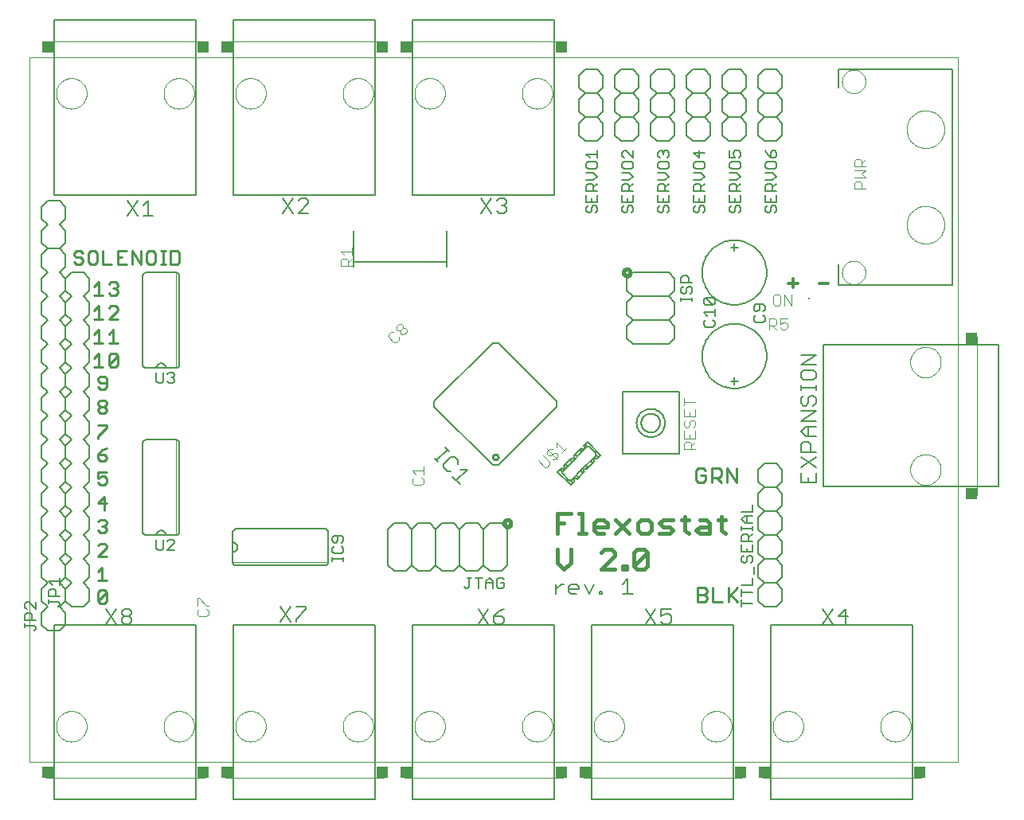
<source format=gto>
G75*
%MOIN*%
%OFA0B0*%
%FSLAX24Y24*%
%IPPOS*%
%LPD*%
%AMOC8*
5,1,8,0,0,1.08239X$1,22.5*
%
%ADD10C,0.0000*%
%ADD11C,0.0160*%
%ADD12C,0.0110*%
%ADD13C,0.0140*%
%ADD14C,0.0150*%
%ADD15C,0.0060*%
%ADD16C,0.0050*%
%ADD17C,0.0040*%
%ADD18C,0.0080*%
%ADD19C,0.0020*%
%ADD20C,0.0004*%
%ADD21R,0.0502X0.0450*%
%ADD22R,0.0492X0.0450*%
%ADD23C,0.0100*%
%ADD24R,0.0079X0.0079*%
%ADD25R,0.0450X0.0502*%
%ADD26R,0.0450X0.0492*%
D10*
X000487Y001704D02*
X000487Y031200D01*
X039357Y031200D01*
X039357Y001704D01*
X000487Y001704D01*
X001597Y003204D02*
X001599Y003254D01*
X001605Y003304D01*
X001615Y003353D01*
X001628Y003402D01*
X001646Y003449D01*
X001667Y003495D01*
X001691Y003538D01*
X001719Y003580D01*
X001750Y003620D01*
X001784Y003657D01*
X001821Y003691D01*
X001861Y003722D01*
X001903Y003750D01*
X001946Y003774D01*
X001992Y003795D01*
X002039Y003813D01*
X002088Y003826D01*
X002137Y003836D01*
X002187Y003842D01*
X002237Y003844D01*
X002287Y003842D01*
X002337Y003836D01*
X002386Y003826D01*
X002435Y003813D01*
X002482Y003795D01*
X002528Y003774D01*
X002571Y003750D01*
X002613Y003722D01*
X002653Y003691D01*
X002690Y003657D01*
X002724Y003620D01*
X002755Y003580D01*
X002783Y003538D01*
X002807Y003495D01*
X002828Y003449D01*
X002846Y003402D01*
X002859Y003353D01*
X002869Y003304D01*
X002875Y003254D01*
X002877Y003204D01*
X002875Y003154D01*
X002869Y003104D01*
X002859Y003055D01*
X002846Y003006D01*
X002828Y002959D01*
X002807Y002913D01*
X002783Y002870D01*
X002755Y002828D01*
X002724Y002788D01*
X002690Y002751D01*
X002653Y002717D01*
X002613Y002686D01*
X002571Y002658D01*
X002528Y002634D01*
X002482Y002613D01*
X002435Y002595D01*
X002386Y002582D01*
X002337Y002572D01*
X002287Y002566D01*
X002237Y002564D01*
X002187Y002566D01*
X002137Y002572D01*
X002088Y002582D01*
X002039Y002595D01*
X001992Y002613D01*
X001946Y002634D01*
X001903Y002658D01*
X001861Y002686D01*
X001821Y002717D01*
X001784Y002751D01*
X001750Y002788D01*
X001719Y002828D01*
X001691Y002870D01*
X001667Y002913D01*
X001646Y002959D01*
X001628Y003006D01*
X001615Y003055D01*
X001605Y003104D01*
X001599Y003154D01*
X001597Y003204D01*
X006097Y003204D02*
X006099Y003254D01*
X006105Y003304D01*
X006115Y003353D01*
X006128Y003402D01*
X006146Y003449D01*
X006167Y003495D01*
X006191Y003538D01*
X006219Y003580D01*
X006250Y003620D01*
X006284Y003657D01*
X006321Y003691D01*
X006361Y003722D01*
X006403Y003750D01*
X006446Y003774D01*
X006492Y003795D01*
X006539Y003813D01*
X006588Y003826D01*
X006637Y003836D01*
X006687Y003842D01*
X006737Y003844D01*
X006787Y003842D01*
X006837Y003836D01*
X006886Y003826D01*
X006935Y003813D01*
X006982Y003795D01*
X007028Y003774D01*
X007071Y003750D01*
X007113Y003722D01*
X007153Y003691D01*
X007190Y003657D01*
X007224Y003620D01*
X007255Y003580D01*
X007283Y003538D01*
X007307Y003495D01*
X007328Y003449D01*
X007346Y003402D01*
X007359Y003353D01*
X007369Y003304D01*
X007375Y003254D01*
X007377Y003204D01*
X007375Y003154D01*
X007369Y003104D01*
X007359Y003055D01*
X007346Y003006D01*
X007328Y002959D01*
X007307Y002913D01*
X007283Y002870D01*
X007255Y002828D01*
X007224Y002788D01*
X007190Y002751D01*
X007153Y002717D01*
X007113Y002686D01*
X007071Y002658D01*
X007028Y002634D01*
X006982Y002613D01*
X006935Y002595D01*
X006886Y002582D01*
X006837Y002572D01*
X006787Y002566D01*
X006737Y002564D01*
X006687Y002566D01*
X006637Y002572D01*
X006588Y002582D01*
X006539Y002595D01*
X006492Y002613D01*
X006446Y002634D01*
X006403Y002658D01*
X006361Y002686D01*
X006321Y002717D01*
X006284Y002751D01*
X006250Y002788D01*
X006219Y002828D01*
X006191Y002870D01*
X006167Y002913D01*
X006146Y002959D01*
X006128Y003006D01*
X006115Y003055D01*
X006105Y003104D01*
X006099Y003154D01*
X006097Y003204D01*
X009097Y003204D02*
X009099Y003254D01*
X009105Y003304D01*
X009115Y003353D01*
X009128Y003402D01*
X009146Y003449D01*
X009167Y003495D01*
X009191Y003538D01*
X009219Y003580D01*
X009250Y003620D01*
X009284Y003657D01*
X009321Y003691D01*
X009361Y003722D01*
X009403Y003750D01*
X009446Y003774D01*
X009492Y003795D01*
X009539Y003813D01*
X009588Y003826D01*
X009637Y003836D01*
X009687Y003842D01*
X009737Y003844D01*
X009787Y003842D01*
X009837Y003836D01*
X009886Y003826D01*
X009935Y003813D01*
X009982Y003795D01*
X010028Y003774D01*
X010071Y003750D01*
X010113Y003722D01*
X010153Y003691D01*
X010190Y003657D01*
X010224Y003620D01*
X010255Y003580D01*
X010283Y003538D01*
X010307Y003495D01*
X010328Y003449D01*
X010346Y003402D01*
X010359Y003353D01*
X010369Y003304D01*
X010375Y003254D01*
X010377Y003204D01*
X010375Y003154D01*
X010369Y003104D01*
X010359Y003055D01*
X010346Y003006D01*
X010328Y002959D01*
X010307Y002913D01*
X010283Y002870D01*
X010255Y002828D01*
X010224Y002788D01*
X010190Y002751D01*
X010153Y002717D01*
X010113Y002686D01*
X010071Y002658D01*
X010028Y002634D01*
X009982Y002613D01*
X009935Y002595D01*
X009886Y002582D01*
X009837Y002572D01*
X009787Y002566D01*
X009737Y002564D01*
X009687Y002566D01*
X009637Y002572D01*
X009588Y002582D01*
X009539Y002595D01*
X009492Y002613D01*
X009446Y002634D01*
X009403Y002658D01*
X009361Y002686D01*
X009321Y002717D01*
X009284Y002751D01*
X009250Y002788D01*
X009219Y002828D01*
X009191Y002870D01*
X009167Y002913D01*
X009146Y002959D01*
X009128Y003006D01*
X009115Y003055D01*
X009105Y003104D01*
X009099Y003154D01*
X009097Y003204D01*
X013597Y003204D02*
X013599Y003254D01*
X013605Y003304D01*
X013615Y003353D01*
X013628Y003402D01*
X013646Y003449D01*
X013667Y003495D01*
X013691Y003538D01*
X013719Y003580D01*
X013750Y003620D01*
X013784Y003657D01*
X013821Y003691D01*
X013861Y003722D01*
X013903Y003750D01*
X013946Y003774D01*
X013992Y003795D01*
X014039Y003813D01*
X014088Y003826D01*
X014137Y003836D01*
X014187Y003842D01*
X014237Y003844D01*
X014287Y003842D01*
X014337Y003836D01*
X014386Y003826D01*
X014435Y003813D01*
X014482Y003795D01*
X014528Y003774D01*
X014571Y003750D01*
X014613Y003722D01*
X014653Y003691D01*
X014690Y003657D01*
X014724Y003620D01*
X014755Y003580D01*
X014783Y003538D01*
X014807Y003495D01*
X014828Y003449D01*
X014846Y003402D01*
X014859Y003353D01*
X014869Y003304D01*
X014875Y003254D01*
X014877Y003204D01*
X014875Y003154D01*
X014869Y003104D01*
X014859Y003055D01*
X014846Y003006D01*
X014828Y002959D01*
X014807Y002913D01*
X014783Y002870D01*
X014755Y002828D01*
X014724Y002788D01*
X014690Y002751D01*
X014653Y002717D01*
X014613Y002686D01*
X014571Y002658D01*
X014528Y002634D01*
X014482Y002613D01*
X014435Y002595D01*
X014386Y002582D01*
X014337Y002572D01*
X014287Y002566D01*
X014237Y002564D01*
X014187Y002566D01*
X014137Y002572D01*
X014088Y002582D01*
X014039Y002595D01*
X013992Y002613D01*
X013946Y002634D01*
X013903Y002658D01*
X013861Y002686D01*
X013821Y002717D01*
X013784Y002751D01*
X013750Y002788D01*
X013719Y002828D01*
X013691Y002870D01*
X013667Y002913D01*
X013646Y002959D01*
X013628Y003006D01*
X013615Y003055D01*
X013605Y003104D01*
X013599Y003154D01*
X013597Y003204D01*
X016597Y003204D02*
X016599Y003254D01*
X016605Y003304D01*
X016615Y003353D01*
X016628Y003402D01*
X016646Y003449D01*
X016667Y003495D01*
X016691Y003538D01*
X016719Y003580D01*
X016750Y003620D01*
X016784Y003657D01*
X016821Y003691D01*
X016861Y003722D01*
X016903Y003750D01*
X016946Y003774D01*
X016992Y003795D01*
X017039Y003813D01*
X017088Y003826D01*
X017137Y003836D01*
X017187Y003842D01*
X017237Y003844D01*
X017287Y003842D01*
X017337Y003836D01*
X017386Y003826D01*
X017435Y003813D01*
X017482Y003795D01*
X017528Y003774D01*
X017571Y003750D01*
X017613Y003722D01*
X017653Y003691D01*
X017690Y003657D01*
X017724Y003620D01*
X017755Y003580D01*
X017783Y003538D01*
X017807Y003495D01*
X017828Y003449D01*
X017846Y003402D01*
X017859Y003353D01*
X017869Y003304D01*
X017875Y003254D01*
X017877Y003204D01*
X017875Y003154D01*
X017869Y003104D01*
X017859Y003055D01*
X017846Y003006D01*
X017828Y002959D01*
X017807Y002913D01*
X017783Y002870D01*
X017755Y002828D01*
X017724Y002788D01*
X017690Y002751D01*
X017653Y002717D01*
X017613Y002686D01*
X017571Y002658D01*
X017528Y002634D01*
X017482Y002613D01*
X017435Y002595D01*
X017386Y002582D01*
X017337Y002572D01*
X017287Y002566D01*
X017237Y002564D01*
X017187Y002566D01*
X017137Y002572D01*
X017088Y002582D01*
X017039Y002595D01*
X016992Y002613D01*
X016946Y002634D01*
X016903Y002658D01*
X016861Y002686D01*
X016821Y002717D01*
X016784Y002751D01*
X016750Y002788D01*
X016719Y002828D01*
X016691Y002870D01*
X016667Y002913D01*
X016646Y002959D01*
X016628Y003006D01*
X016615Y003055D01*
X016605Y003104D01*
X016599Y003154D01*
X016597Y003204D01*
X021097Y003204D02*
X021099Y003254D01*
X021105Y003304D01*
X021115Y003353D01*
X021128Y003402D01*
X021146Y003449D01*
X021167Y003495D01*
X021191Y003538D01*
X021219Y003580D01*
X021250Y003620D01*
X021284Y003657D01*
X021321Y003691D01*
X021361Y003722D01*
X021403Y003750D01*
X021446Y003774D01*
X021492Y003795D01*
X021539Y003813D01*
X021588Y003826D01*
X021637Y003836D01*
X021687Y003842D01*
X021737Y003844D01*
X021787Y003842D01*
X021837Y003836D01*
X021886Y003826D01*
X021935Y003813D01*
X021982Y003795D01*
X022028Y003774D01*
X022071Y003750D01*
X022113Y003722D01*
X022153Y003691D01*
X022190Y003657D01*
X022224Y003620D01*
X022255Y003580D01*
X022283Y003538D01*
X022307Y003495D01*
X022328Y003449D01*
X022346Y003402D01*
X022359Y003353D01*
X022369Y003304D01*
X022375Y003254D01*
X022377Y003204D01*
X022375Y003154D01*
X022369Y003104D01*
X022359Y003055D01*
X022346Y003006D01*
X022328Y002959D01*
X022307Y002913D01*
X022283Y002870D01*
X022255Y002828D01*
X022224Y002788D01*
X022190Y002751D01*
X022153Y002717D01*
X022113Y002686D01*
X022071Y002658D01*
X022028Y002634D01*
X021982Y002613D01*
X021935Y002595D01*
X021886Y002582D01*
X021837Y002572D01*
X021787Y002566D01*
X021737Y002564D01*
X021687Y002566D01*
X021637Y002572D01*
X021588Y002582D01*
X021539Y002595D01*
X021492Y002613D01*
X021446Y002634D01*
X021403Y002658D01*
X021361Y002686D01*
X021321Y002717D01*
X021284Y002751D01*
X021250Y002788D01*
X021219Y002828D01*
X021191Y002870D01*
X021167Y002913D01*
X021146Y002959D01*
X021128Y003006D01*
X021115Y003055D01*
X021105Y003104D01*
X021099Y003154D01*
X021097Y003204D01*
X024097Y003204D02*
X024099Y003254D01*
X024105Y003304D01*
X024115Y003353D01*
X024128Y003402D01*
X024146Y003449D01*
X024167Y003495D01*
X024191Y003538D01*
X024219Y003580D01*
X024250Y003620D01*
X024284Y003657D01*
X024321Y003691D01*
X024361Y003722D01*
X024403Y003750D01*
X024446Y003774D01*
X024492Y003795D01*
X024539Y003813D01*
X024588Y003826D01*
X024637Y003836D01*
X024687Y003842D01*
X024737Y003844D01*
X024787Y003842D01*
X024837Y003836D01*
X024886Y003826D01*
X024935Y003813D01*
X024982Y003795D01*
X025028Y003774D01*
X025071Y003750D01*
X025113Y003722D01*
X025153Y003691D01*
X025190Y003657D01*
X025224Y003620D01*
X025255Y003580D01*
X025283Y003538D01*
X025307Y003495D01*
X025328Y003449D01*
X025346Y003402D01*
X025359Y003353D01*
X025369Y003304D01*
X025375Y003254D01*
X025377Y003204D01*
X025375Y003154D01*
X025369Y003104D01*
X025359Y003055D01*
X025346Y003006D01*
X025328Y002959D01*
X025307Y002913D01*
X025283Y002870D01*
X025255Y002828D01*
X025224Y002788D01*
X025190Y002751D01*
X025153Y002717D01*
X025113Y002686D01*
X025071Y002658D01*
X025028Y002634D01*
X024982Y002613D01*
X024935Y002595D01*
X024886Y002582D01*
X024837Y002572D01*
X024787Y002566D01*
X024737Y002564D01*
X024687Y002566D01*
X024637Y002572D01*
X024588Y002582D01*
X024539Y002595D01*
X024492Y002613D01*
X024446Y002634D01*
X024403Y002658D01*
X024361Y002686D01*
X024321Y002717D01*
X024284Y002751D01*
X024250Y002788D01*
X024219Y002828D01*
X024191Y002870D01*
X024167Y002913D01*
X024146Y002959D01*
X024128Y003006D01*
X024115Y003055D01*
X024105Y003104D01*
X024099Y003154D01*
X024097Y003204D01*
X028597Y003204D02*
X028599Y003254D01*
X028605Y003304D01*
X028615Y003353D01*
X028628Y003402D01*
X028646Y003449D01*
X028667Y003495D01*
X028691Y003538D01*
X028719Y003580D01*
X028750Y003620D01*
X028784Y003657D01*
X028821Y003691D01*
X028861Y003722D01*
X028903Y003750D01*
X028946Y003774D01*
X028992Y003795D01*
X029039Y003813D01*
X029088Y003826D01*
X029137Y003836D01*
X029187Y003842D01*
X029237Y003844D01*
X029287Y003842D01*
X029337Y003836D01*
X029386Y003826D01*
X029435Y003813D01*
X029482Y003795D01*
X029528Y003774D01*
X029571Y003750D01*
X029613Y003722D01*
X029653Y003691D01*
X029690Y003657D01*
X029724Y003620D01*
X029755Y003580D01*
X029783Y003538D01*
X029807Y003495D01*
X029828Y003449D01*
X029846Y003402D01*
X029859Y003353D01*
X029869Y003304D01*
X029875Y003254D01*
X029877Y003204D01*
X029875Y003154D01*
X029869Y003104D01*
X029859Y003055D01*
X029846Y003006D01*
X029828Y002959D01*
X029807Y002913D01*
X029783Y002870D01*
X029755Y002828D01*
X029724Y002788D01*
X029690Y002751D01*
X029653Y002717D01*
X029613Y002686D01*
X029571Y002658D01*
X029528Y002634D01*
X029482Y002613D01*
X029435Y002595D01*
X029386Y002582D01*
X029337Y002572D01*
X029287Y002566D01*
X029237Y002564D01*
X029187Y002566D01*
X029137Y002572D01*
X029088Y002582D01*
X029039Y002595D01*
X028992Y002613D01*
X028946Y002634D01*
X028903Y002658D01*
X028861Y002686D01*
X028821Y002717D01*
X028784Y002751D01*
X028750Y002788D01*
X028719Y002828D01*
X028691Y002870D01*
X028667Y002913D01*
X028646Y002959D01*
X028628Y003006D01*
X028615Y003055D01*
X028605Y003104D01*
X028599Y003154D01*
X028597Y003204D01*
X031597Y003204D02*
X031599Y003254D01*
X031605Y003304D01*
X031615Y003353D01*
X031628Y003402D01*
X031646Y003449D01*
X031667Y003495D01*
X031691Y003538D01*
X031719Y003580D01*
X031750Y003620D01*
X031784Y003657D01*
X031821Y003691D01*
X031861Y003722D01*
X031903Y003750D01*
X031946Y003774D01*
X031992Y003795D01*
X032039Y003813D01*
X032088Y003826D01*
X032137Y003836D01*
X032187Y003842D01*
X032237Y003844D01*
X032287Y003842D01*
X032337Y003836D01*
X032386Y003826D01*
X032435Y003813D01*
X032482Y003795D01*
X032528Y003774D01*
X032571Y003750D01*
X032613Y003722D01*
X032653Y003691D01*
X032690Y003657D01*
X032724Y003620D01*
X032755Y003580D01*
X032783Y003538D01*
X032807Y003495D01*
X032828Y003449D01*
X032846Y003402D01*
X032859Y003353D01*
X032869Y003304D01*
X032875Y003254D01*
X032877Y003204D01*
X032875Y003154D01*
X032869Y003104D01*
X032859Y003055D01*
X032846Y003006D01*
X032828Y002959D01*
X032807Y002913D01*
X032783Y002870D01*
X032755Y002828D01*
X032724Y002788D01*
X032690Y002751D01*
X032653Y002717D01*
X032613Y002686D01*
X032571Y002658D01*
X032528Y002634D01*
X032482Y002613D01*
X032435Y002595D01*
X032386Y002582D01*
X032337Y002572D01*
X032287Y002566D01*
X032237Y002564D01*
X032187Y002566D01*
X032137Y002572D01*
X032088Y002582D01*
X032039Y002595D01*
X031992Y002613D01*
X031946Y002634D01*
X031903Y002658D01*
X031861Y002686D01*
X031821Y002717D01*
X031784Y002751D01*
X031750Y002788D01*
X031719Y002828D01*
X031691Y002870D01*
X031667Y002913D01*
X031646Y002959D01*
X031628Y003006D01*
X031615Y003055D01*
X031605Y003104D01*
X031599Y003154D01*
X031597Y003204D01*
X036097Y003204D02*
X036099Y003254D01*
X036105Y003304D01*
X036115Y003353D01*
X036128Y003402D01*
X036146Y003449D01*
X036167Y003495D01*
X036191Y003538D01*
X036219Y003580D01*
X036250Y003620D01*
X036284Y003657D01*
X036321Y003691D01*
X036361Y003722D01*
X036403Y003750D01*
X036446Y003774D01*
X036492Y003795D01*
X036539Y003813D01*
X036588Y003826D01*
X036637Y003836D01*
X036687Y003842D01*
X036737Y003844D01*
X036787Y003842D01*
X036837Y003836D01*
X036886Y003826D01*
X036935Y003813D01*
X036982Y003795D01*
X037028Y003774D01*
X037071Y003750D01*
X037113Y003722D01*
X037153Y003691D01*
X037190Y003657D01*
X037224Y003620D01*
X037255Y003580D01*
X037283Y003538D01*
X037307Y003495D01*
X037328Y003449D01*
X037346Y003402D01*
X037359Y003353D01*
X037369Y003304D01*
X037375Y003254D01*
X037377Y003204D01*
X037375Y003154D01*
X037369Y003104D01*
X037359Y003055D01*
X037346Y003006D01*
X037328Y002959D01*
X037307Y002913D01*
X037283Y002870D01*
X037255Y002828D01*
X037224Y002788D01*
X037190Y002751D01*
X037153Y002717D01*
X037113Y002686D01*
X037071Y002658D01*
X037028Y002634D01*
X036982Y002613D01*
X036935Y002595D01*
X036886Y002582D01*
X036837Y002572D01*
X036787Y002566D01*
X036737Y002564D01*
X036687Y002566D01*
X036637Y002572D01*
X036588Y002582D01*
X036539Y002595D01*
X036492Y002613D01*
X036446Y002634D01*
X036403Y002658D01*
X036361Y002686D01*
X036321Y002717D01*
X036284Y002751D01*
X036250Y002788D01*
X036219Y002828D01*
X036191Y002870D01*
X036167Y002913D01*
X036146Y002959D01*
X036128Y003006D01*
X036115Y003055D01*
X036105Y003104D01*
X036099Y003154D01*
X036097Y003204D01*
X037347Y013954D02*
X037349Y014004D01*
X037355Y014054D01*
X037365Y014103D01*
X037378Y014152D01*
X037396Y014199D01*
X037417Y014245D01*
X037441Y014288D01*
X037469Y014330D01*
X037500Y014370D01*
X037534Y014407D01*
X037571Y014441D01*
X037611Y014472D01*
X037653Y014500D01*
X037696Y014524D01*
X037742Y014545D01*
X037789Y014563D01*
X037838Y014576D01*
X037887Y014586D01*
X037937Y014592D01*
X037987Y014594D01*
X038037Y014592D01*
X038087Y014586D01*
X038136Y014576D01*
X038185Y014563D01*
X038232Y014545D01*
X038278Y014524D01*
X038321Y014500D01*
X038363Y014472D01*
X038403Y014441D01*
X038440Y014407D01*
X038474Y014370D01*
X038505Y014330D01*
X038533Y014288D01*
X038557Y014245D01*
X038578Y014199D01*
X038596Y014152D01*
X038609Y014103D01*
X038619Y014054D01*
X038625Y014004D01*
X038627Y013954D01*
X038625Y013904D01*
X038619Y013854D01*
X038609Y013805D01*
X038596Y013756D01*
X038578Y013709D01*
X038557Y013663D01*
X038533Y013620D01*
X038505Y013578D01*
X038474Y013538D01*
X038440Y013501D01*
X038403Y013467D01*
X038363Y013436D01*
X038321Y013408D01*
X038278Y013384D01*
X038232Y013363D01*
X038185Y013345D01*
X038136Y013332D01*
X038087Y013322D01*
X038037Y013316D01*
X037987Y013314D01*
X037937Y013316D01*
X037887Y013322D01*
X037838Y013332D01*
X037789Y013345D01*
X037742Y013363D01*
X037696Y013384D01*
X037653Y013408D01*
X037611Y013436D01*
X037571Y013467D01*
X037534Y013501D01*
X037500Y013538D01*
X037469Y013578D01*
X037441Y013620D01*
X037417Y013663D01*
X037396Y013709D01*
X037378Y013756D01*
X037365Y013805D01*
X037355Y013854D01*
X037349Y013904D01*
X037347Y013954D01*
X037347Y018454D02*
X037349Y018504D01*
X037355Y018554D01*
X037365Y018603D01*
X037378Y018652D01*
X037396Y018699D01*
X037417Y018745D01*
X037441Y018788D01*
X037469Y018830D01*
X037500Y018870D01*
X037534Y018907D01*
X037571Y018941D01*
X037611Y018972D01*
X037653Y019000D01*
X037696Y019024D01*
X037742Y019045D01*
X037789Y019063D01*
X037838Y019076D01*
X037887Y019086D01*
X037937Y019092D01*
X037987Y019094D01*
X038037Y019092D01*
X038087Y019086D01*
X038136Y019076D01*
X038185Y019063D01*
X038232Y019045D01*
X038278Y019024D01*
X038321Y019000D01*
X038363Y018972D01*
X038403Y018941D01*
X038440Y018907D01*
X038474Y018870D01*
X038505Y018830D01*
X038533Y018788D01*
X038557Y018745D01*
X038578Y018699D01*
X038596Y018652D01*
X038609Y018603D01*
X038619Y018554D01*
X038625Y018504D01*
X038627Y018454D01*
X038625Y018404D01*
X038619Y018354D01*
X038609Y018305D01*
X038596Y018256D01*
X038578Y018209D01*
X038557Y018163D01*
X038533Y018120D01*
X038505Y018078D01*
X038474Y018038D01*
X038440Y018001D01*
X038403Y017967D01*
X038363Y017936D01*
X038321Y017908D01*
X038278Y017884D01*
X038232Y017863D01*
X038185Y017845D01*
X038136Y017832D01*
X038087Y017822D01*
X038037Y017816D01*
X037987Y017814D01*
X037937Y017816D01*
X037887Y017822D01*
X037838Y017832D01*
X037789Y017845D01*
X037742Y017863D01*
X037696Y017884D01*
X037653Y017908D01*
X037611Y017936D01*
X037571Y017967D01*
X037534Y018001D01*
X037500Y018038D01*
X037469Y018078D01*
X037441Y018120D01*
X037417Y018163D01*
X037396Y018209D01*
X037378Y018256D01*
X037365Y018305D01*
X037355Y018354D01*
X037349Y018404D01*
X037347Y018454D01*
X034495Y022204D02*
X034497Y022248D01*
X034503Y022292D01*
X034513Y022335D01*
X034526Y022377D01*
X034544Y022417D01*
X034565Y022456D01*
X034589Y022493D01*
X034616Y022528D01*
X034647Y022560D01*
X034680Y022589D01*
X034716Y022615D01*
X034754Y022637D01*
X034794Y022656D01*
X034835Y022672D01*
X034878Y022684D01*
X034921Y022692D01*
X034965Y022696D01*
X035009Y022696D01*
X035053Y022692D01*
X035096Y022684D01*
X035139Y022672D01*
X035180Y022656D01*
X035220Y022637D01*
X035258Y022615D01*
X035294Y022589D01*
X035327Y022560D01*
X035358Y022528D01*
X035385Y022493D01*
X035409Y022456D01*
X035430Y022417D01*
X035448Y022377D01*
X035461Y022335D01*
X035471Y022292D01*
X035477Y022248D01*
X035479Y022204D01*
X035477Y022160D01*
X035471Y022116D01*
X035461Y022073D01*
X035448Y022031D01*
X035430Y021991D01*
X035409Y021952D01*
X035385Y021915D01*
X035358Y021880D01*
X035327Y021848D01*
X035294Y021819D01*
X035258Y021793D01*
X035220Y021771D01*
X035180Y021752D01*
X035139Y021736D01*
X035096Y021724D01*
X035053Y021716D01*
X035009Y021712D01*
X034965Y021712D01*
X034921Y021716D01*
X034878Y021724D01*
X034835Y021736D01*
X034794Y021752D01*
X034754Y021771D01*
X034716Y021793D01*
X034680Y021819D01*
X034647Y021848D01*
X034616Y021880D01*
X034589Y021915D01*
X034565Y021952D01*
X034544Y021991D01*
X034526Y022031D01*
X034513Y022073D01*
X034503Y022116D01*
X034497Y022160D01*
X034495Y022204D01*
X037200Y024204D02*
X037202Y024260D01*
X037208Y024315D01*
X037218Y024369D01*
X037231Y024423D01*
X037249Y024476D01*
X037270Y024527D01*
X037294Y024577D01*
X037322Y024625D01*
X037354Y024671D01*
X037388Y024715D01*
X037426Y024756D01*
X037466Y024794D01*
X037509Y024829D01*
X037554Y024861D01*
X037602Y024890D01*
X037651Y024916D01*
X037702Y024938D01*
X037754Y024956D01*
X037808Y024970D01*
X037863Y024981D01*
X037918Y024988D01*
X037973Y024991D01*
X038029Y024990D01*
X038084Y024985D01*
X038139Y024976D01*
X038193Y024964D01*
X038246Y024947D01*
X038298Y024927D01*
X038348Y024903D01*
X038396Y024876D01*
X038443Y024846D01*
X038487Y024812D01*
X038529Y024775D01*
X038567Y024735D01*
X038604Y024693D01*
X038637Y024648D01*
X038666Y024602D01*
X038693Y024553D01*
X038715Y024502D01*
X038735Y024450D01*
X038750Y024396D01*
X038762Y024342D01*
X038770Y024287D01*
X038774Y024232D01*
X038774Y024176D01*
X038770Y024121D01*
X038762Y024066D01*
X038750Y024012D01*
X038735Y023958D01*
X038715Y023906D01*
X038693Y023855D01*
X038666Y023806D01*
X038637Y023760D01*
X038604Y023715D01*
X038567Y023673D01*
X038529Y023633D01*
X038487Y023596D01*
X038443Y023562D01*
X038396Y023532D01*
X038348Y023505D01*
X038298Y023481D01*
X038246Y023461D01*
X038193Y023444D01*
X038139Y023432D01*
X038084Y023423D01*
X038029Y023418D01*
X037973Y023417D01*
X037918Y023420D01*
X037863Y023427D01*
X037808Y023438D01*
X037754Y023452D01*
X037702Y023470D01*
X037651Y023492D01*
X037602Y023518D01*
X037554Y023547D01*
X037509Y023579D01*
X037466Y023614D01*
X037426Y023652D01*
X037388Y023693D01*
X037354Y023737D01*
X037322Y023783D01*
X037294Y023831D01*
X037270Y023881D01*
X037249Y023932D01*
X037231Y023985D01*
X037218Y024039D01*
X037208Y024093D01*
X037202Y024148D01*
X037200Y024204D01*
X037200Y028204D02*
X037202Y028260D01*
X037208Y028315D01*
X037218Y028369D01*
X037231Y028423D01*
X037249Y028476D01*
X037270Y028527D01*
X037294Y028577D01*
X037322Y028625D01*
X037354Y028671D01*
X037388Y028715D01*
X037426Y028756D01*
X037466Y028794D01*
X037509Y028829D01*
X037554Y028861D01*
X037602Y028890D01*
X037651Y028916D01*
X037702Y028938D01*
X037754Y028956D01*
X037808Y028970D01*
X037863Y028981D01*
X037918Y028988D01*
X037973Y028991D01*
X038029Y028990D01*
X038084Y028985D01*
X038139Y028976D01*
X038193Y028964D01*
X038246Y028947D01*
X038298Y028927D01*
X038348Y028903D01*
X038396Y028876D01*
X038443Y028846D01*
X038487Y028812D01*
X038529Y028775D01*
X038567Y028735D01*
X038604Y028693D01*
X038637Y028648D01*
X038666Y028602D01*
X038693Y028553D01*
X038715Y028502D01*
X038735Y028450D01*
X038750Y028396D01*
X038762Y028342D01*
X038770Y028287D01*
X038774Y028232D01*
X038774Y028176D01*
X038770Y028121D01*
X038762Y028066D01*
X038750Y028012D01*
X038735Y027958D01*
X038715Y027906D01*
X038693Y027855D01*
X038666Y027806D01*
X038637Y027760D01*
X038604Y027715D01*
X038567Y027673D01*
X038529Y027633D01*
X038487Y027596D01*
X038443Y027562D01*
X038396Y027532D01*
X038348Y027505D01*
X038298Y027481D01*
X038246Y027461D01*
X038193Y027444D01*
X038139Y027432D01*
X038084Y027423D01*
X038029Y027418D01*
X037973Y027417D01*
X037918Y027420D01*
X037863Y027427D01*
X037808Y027438D01*
X037754Y027452D01*
X037702Y027470D01*
X037651Y027492D01*
X037602Y027518D01*
X037554Y027547D01*
X037509Y027579D01*
X037466Y027614D01*
X037426Y027652D01*
X037388Y027693D01*
X037354Y027737D01*
X037322Y027783D01*
X037294Y027831D01*
X037270Y027881D01*
X037249Y027932D01*
X037231Y027985D01*
X037218Y028039D01*
X037208Y028093D01*
X037202Y028148D01*
X037200Y028204D01*
X034495Y030204D02*
X034497Y030248D01*
X034503Y030292D01*
X034513Y030335D01*
X034526Y030377D01*
X034544Y030417D01*
X034565Y030456D01*
X034589Y030493D01*
X034616Y030528D01*
X034647Y030560D01*
X034680Y030589D01*
X034716Y030615D01*
X034754Y030637D01*
X034794Y030656D01*
X034835Y030672D01*
X034878Y030684D01*
X034921Y030692D01*
X034965Y030696D01*
X035009Y030696D01*
X035053Y030692D01*
X035096Y030684D01*
X035139Y030672D01*
X035180Y030656D01*
X035220Y030637D01*
X035258Y030615D01*
X035294Y030589D01*
X035327Y030560D01*
X035358Y030528D01*
X035385Y030493D01*
X035409Y030456D01*
X035430Y030417D01*
X035448Y030377D01*
X035461Y030335D01*
X035471Y030292D01*
X035477Y030248D01*
X035479Y030204D01*
X035477Y030160D01*
X035471Y030116D01*
X035461Y030073D01*
X035448Y030031D01*
X035430Y029991D01*
X035409Y029952D01*
X035385Y029915D01*
X035358Y029880D01*
X035327Y029848D01*
X035294Y029819D01*
X035258Y029793D01*
X035220Y029771D01*
X035180Y029752D01*
X035139Y029736D01*
X035096Y029724D01*
X035053Y029716D01*
X035009Y029712D01*
X034965Y029712D01*
X034921Y029716D01*
X034878Y029724D01*
X034835Y029736D01*
X034794Y029752D01*
X034754Y029771D01*
X034716Y029793D01*
X034680Y029819D01*
X034647Y029848D01*
X034616Y029880D01*
X034589Y029915D01*
X034565Y029952D01*
X034544Y029991D01*
X034526Y030031D01*
X034513Y030073D01*
X034503Y030116D01*
X034497Y030160D01*
X034495Y030204D01*
X021097Y029704D02*
X021099Y029754D01*
X021105Y029804D01*
X021115Y029853D01*
X021128Y029902D01*
X021146Y029949D01*
X021167Y029995D01*
X021191Y030038D01*
X021219Y030080D01*
X021250Y030120D01*
X021284Y030157D01*
X021321Y030191D01*
X021361Y030222D01*
X021403Y030250D01*
X021446Y030274D01*
X021492Y030295D01*
X021539Y030313D01*
X021588Y030326D01*
X021637Y030336D01*
X021687Y030342D01*
X021737Y030344D01*
X021787Y030342D01*
X021837Y030336D01*
X021886Y030326D01*
X021935Y030313D01*
X021982Y030295D01*
X022028Y030274D01*
X022071Y030250D01*
X022113Y030222D01*
X022153Y030191D01*
X022190Y030157D01*
X022224Y030120D01*
X022255Y030080D01*
X022283Y030038D01*
X022307Y029995D01*
X022328Y029949D01*
X022346Y029902D01*
X022359Y029853D01*
X022369Y029804D01*
X022375Y029754D01*
X022377Y029704D01*
X022375Y029654D01*
X022369Y029604D01*
X022359Y029555D01*
X022346Y029506D01*
X022328Y029459D01*
X022307Y029413D01*
X022283Y029370D01*
X022255Y029328D01*
X022224Y029288D01*
X022190Y029251D01*
X022153Y029217D01*
X022113Y029186D01*
X022071Y029158D01*
X022028Y029134D01*
X021982Y029113D01*
X021935Y029095D01*
X021886Y029082D01*
X021837Y029072D01*
X021787Y029066D01*
X021737Y029064D01*
X021687Y029066D01*
X021637Y029072D01*
X021588Y029082D01*
X021539Y029095D01*
X021492Y029113D01*
X021446Y029134D01*
X021403Y029158D01*
X021361Y029186D01*
X021321Y029217D01*
X021284Y029251D01*
X021250Y029288D01*
X021219Y029328D01*
X021191Y029370D01*
X021167Y029413D01*
X021146Y029459D01*
X021128Y029506D01*
X021115Y029555D01*
X021105Y029604D01*
X021099Y029654D01*
X021097Y029704D01*
X016597Y029704D02*
X016599Y029754D01*
X016605Y029804D01*
X016615Y029853D01*
X016628Y029902D01*
X016646Y029949D01*
X016667Y029995D01*
X016691Y030038D01*
X016719Y030080D01*
X016750Y030120D01*
X016784Y030157D01*
X016821Y030191D01*
X016861Y030222D01*
X016903Y030250D01*
X016946Y030274D01*
X016992Y030295D01*
X017039Y030313D01*
X017088Y030326D01*
X017137Y030336D01*
X017187Y030342D01*
X017237Y030344D01*
X017287Y030342D01*
X017337Y030336D01*
X017386Y030326D01*
X017435Y030313D01*
X017482Y030295D01*
X017528Y030274D01*
X017571Y030250D01*
X017613Y030222D01*
X017653Y030191D01*
X017690Y030157D01*
X017724Y030120D01*
X017755Y030080D01*
X017783Y030038D01*
X017807Y029995D01*
X017828Y029949D01*
X017846Y029902D01*
X017859Y029853D01*
X017869Y029804D01*
X017875Y029754D01*
X017877Y029704D01*
X017875Y029654D01*
X017869Y029604D01*
X017859Y029555D01*
X017846Y029506D01*
X017828Y029459D01*
X017807Y029413D01*
X017783Y029370D01*
X017755Y029328D01*
X017724Y029288D01*
X017690Y029251D01*
X017653Y029217D01*
X017613Y029186D01*
X017571Y029158D01*
X017528Y029134D01*
X017482Y029113D01*
X017435Y029095D01*
X017386Y029082D01*
X017337Y029072D01*
X017287Y029066D01*
X017237Y029064D01*
X017187Y029066D01*
X017137Y029072D01*
X017088Y029082D01*
X017039Y029095D01*
X016992Y029113D01*
X016946Y029134D01*
X016903Y029158D01*
X016861Y029186D01*
X016821Y029217D01*
X016784Y029251D01*
X016750Y029288D01*
X016719Y029328D01*
X016691Y029370D01*
X016667Y029413D01*
X016646Y029459D01*
X016628Y029506D01*
X016615Y029555D01*
X016605Y029604D01*
X016599Y029654D01*
X016597Y029704D01*
X013597Y029704D02*
X013599Y029754D01*
X013605Y029804D01*
X013615Y029853D01*
X013628Y029902D01*
X013646Y029949D01*
X013667Y029995D01*
X013691Y030038D01*
X013719Y030080D01*
X013750Y030120D01*
X013784Y030157D01*
X013821Y030191D01*
X013861Y030222D01*
X013903Y030250D01*
X013946Y030274D01*
X013992Y030295D01*
X014039Y030313D01*
X014088Y030326D01*
X014137Y030336D01*
X014187Y030342D01*
X014237Y030344D01*
X014287Y030342D01*
X014337Y030336D01*
X014386Y030326D01*
X014435Y030313D01*
X014482Y030295D01*
X014528Y030274D01*
X014571Y030250D01*
X014613Y030222D01*
X014653Y030191D01*
X014690Y030157D01*
X014724Y030120D01*
X014755Y030080D01*
X014783Y030038D01*
X014807Y029995D01*
X014828Y029949D01*
X014846Y029902D01*
X014859Y029853D01*
X014869Y029804D01*
X014875Y029754D01*
X014877Y029704D01*
X014875Y029654D01*
X014869Y029604D01*
X014859Y029555D01*
X014846Y029506D01*
X014828Y029459D01*
X014807Y029413D01*
X014783Y029370D01*
X014755Y029328D01*
X014724Y029288D01*
X014690Y029251D01*
X014653Y029217D01*
X014613Y029186D01*
X014571Y029158D01*
X014528Y029134D01*
X014482Y029113D01*
X014435Y029095D01*
X014386Y029082D01*
X014337Y029072D01*
X014287Y029066D01*
X014237Y029064D01*
X014187Y029066D01*
X014137Y029072D01*
X014088Y029082D01*
X014039Y029095D01*
X013992Y029113D01*
X013946Y029134D01*
X013903Y029158D01*
X013861Y029186D01*
X013821Y029217D01*
X013784Y029251D01*
X013750Y029288D01*
X013719Y029328D01*
X013691Y029370D01*
X013667Y029413D01*
X013646Y029459D01*
X013628Y029506D01*
X013615Y029555D01*
X013605Y029604D01*
X013599Y029654D01*
X013597Y029704D01*
X009097Y029704D02*
X009099Y029754D01*
X009105Y029804D01*
X009115Y029853D01*
X009128Y029902D01*
X009146Y029949D01*
X009167Y029995D01*
X009191Y030038D01*
X009219Y030080D01*
X009250Y030120D01*
X009284Y030157D01*
X009321Y030191D01*
X009361Y030222D01*
X009403Y030250D01*
X009446Y030274D01*
X009492Y030295D01*
X009539Y030313D01*
X009588Y030326D01*
X009637Y030336D01*
X009687Y030342D01*
X009737Y030344D01*
X009787Y030342D01*
X009837Y030336D01*
X009886Y030326D01*
X009935Y030313D01*
X009982Y030295D01*
X010028Y030274D01*
X010071Y030250D01*
X010113Y030222D01*
X010153Y030191D01*
X010190Y030157D01*
X010224Y030120D01*
X010255Y030080D01*
X010283Y030038D01*
X010307Y029995D01*
X010328Y029949D01*
X010346Y029902D01*
X010359Y029853D01*
X010369Y029804D01*
X010375Y029754D01*
X010377Y029704D01*
X010375Y029654D01*
X010369Y029604D01*
X010359Y029555D01*
X010346Y029506D01*
X010328Y029459D01*
X010307Y029413D01*
X010283Y029370D01*
X010255Y029328D01*
X010224Y029288D01*
X010190Y029251D01*
X010153Y029217D01*
X010113Y029186D01*
X010071Y029158D01*
X010028Y029134D01*
X009982Y029113D01*
X009935Y029095D01*
X009886Y029082D01*
X009837Y029072D01*
X009787Y029066D01*
X009737Y029064D01*
X009687Y029066D01*
X009637Y029072D01*
X009588Y029082D01*
X009539Y029095D01*
X009492Y029113D01*
X009446Y029134D01*
X009403Y029158D01*
X009361Y029186D01*
X009321Y029217D01*
X009284Y029251D01*
X009250Y029288D01*
X009219Y029328D01*
X009191Y029370D01*
X009167Y029413D01*
X009146Y029459D01*
X009128Y029506D01*
X009115Y029555D01*
X009105Y029604D01*
X009099Y029654D01*
X009097Y029704D01*
X006097Y029704D02*
X006099Y029754D01*
X006105Y029804D01*
X006115Y029853D01*
X006128Y029902D01*
X006146Y029949D01*
X006167Y029995D01*
X006191Y030038D01*
X006219Y030080D01*
X006250Y030120D01*
X006284Y030157D01*
X006321Y030191D01*
X006361Y030222D01*
X006403Y030250D01*
X006446Y030274D01*
X006492Y030295D01*
X006539Y030313D01*
X006588Y030326D01*
X006637Y030336D01*
X006687Y030342D01*
X006737Y030344D01*
X006787Y030342D01*
X006837Y030336D01*
X006886Y030326D01*
X006935Y030313D01*
X006982Y030295D01*
X007028Y030274D01*
X007071Y030250D01*
X007113Y030222D01*
X007153Y030191D01*
X007190Y030157D01*
X007224Y030120D01*
X007255Y030080D01*
X007283Y030038D01*
X007307Y029995D01*
X007328Y029949D01*
X007346Y029902D01*
X007359Y029853D01*
X007369Y029804D01*
X007375Y029754D01*
X007377Y029704D01*
X007375Y029654D01*
X007369Y029604D01*
X007359Y029555D01*
X007346Y029506D01*
X007328Y029459D01*
X007307Y029413D01*
X007283Y029370D01*
X007255Y029328D01*
X007224Y029288D01*
X007190Y029251D01*
X007153Y029217D01*
X007113Y029186D01*
X007071Y029158D01*
X007028Y029134D01*
X006982Y029113D01*
X006935Y029095D01*
X006886Y029082D01*
X006837Y029072D01*
X006787Y029066D01*
X006737Y029064D01*
X006687Y029066D01*
X006637Y029072D01*
X006588Y029082D01*
X006539Y029095D01*
X006492Y029113D01*
X006446Y029134D01*
X006403Y029158D01*
X006361Y029186D01*
X006321Y029217D01*
X006284Y029251D01*
X006250Y029288D01*
X006219Y029328D01*
X006191Y029370D01*
X006167Y029413D01*
X006146Y029459D01*
X006128Y029506D01*
X006115Y029555D01*
X006105Y029604D01*
X006099Y029654D01*
X006097Y029704D01*
X001597Y029704D02*
X001599Y029754D01*
X001605Y029804D01*
X001615Y029853D01*
X001628Y029902D01*
X001646Y029949D01*
X001667Y029995D01*
X001691Y030038D01*
X001719Y030080D01*
X001750Y030120D01*
X001784Y030157D01*
X001821Y030191D01*
X001861Y030222D01*
X001903Y030250D01*
X001946Y030274D01*
X001992Y030295D01*
X002039Y030313D01*
X002088Y030326D01*
X002137Y030336D01*
X002187Y030342D01*
X002237Y030344D01*
X002287Y030342D01*
X002337Y030336D01*
X002386Y030326D01*
X002435Y030313D01*
X002482Y030295D01*
X002528Y030274D01*
X002571Y030250D01*
X002613Y030222D01*
X002653Y030191D01*
X002690Y030157D01*
X002724Y030120D01*
X002755Y030080D01*
X002783Y030038D01*
X002807Y029995D01*
X002828Y029949D01*
X002846Y029902D01*
X002859Y029853D01*
X002869Y029804D01*
X002875Y029754D01*
X002877Y029704D01*
X002875Y029654D01*
X002869Y029604D01*
X002859Y029555D01*
X002846Y029506D01*
X002828Y029459D01*
X002807Y029413D01*
X002783Y029370D01*
X002755Y029328D01*
X002724Y029288D01*
X002690Y029251D01*
X002653Y029217D01*
X002613Y029186D01*
X002571Y029158D01*
X002528Y029134D01*
X002482Y029113D01*
X002435Y029095D01*
X002386Y029082D01*
X002337Y029072D01*
X002287Y029066D01*
X002237Y029064D01*
X002187Y029066D01*
X002137Y029072D01*
X002088Y029082D01*
X002039Y029095D01*
X001992Y029113D01*
X001946Y029134D01*
X001903Y029158D01*
X001861Y029186D01*
X001821Y029217D01*
X001784Y029251D01*
X001750Y029288D01*
X001719Y029328D01*
X001691Y029370D01*
X001667Y029413D01*
X001646Y029459D01*
X001628Y029506D01*
X001615Y029555D01*
X001605Y029604D01*
X001599Y029654D01*
X001597Y029704D01*
D11*
X020346Y011704D02*
X020348Y011727D01*
X020354Y011750D01*
X020363Y011771D01*
X020376Y011791D01*
X020392Y011808D01*
X020410Y011822D01*
X020430Y011833D01*
X020452Y011841D01*
X020475Y011845D01*
X020499Y011845D01*
X020522Y011841D01*
X020544Y011833D01*
X020564Y011822D01*
X020582Y011808D01*
X020598Y011791D01*
X020611Y011771D01*
X020620Y011750D01*
X020626Y011727D01*
X020628Y011704D01*
X020626Y011681D01*
X020620Y011658D01*
X020611Y011637D01*
X020598Y011617D01*
X020582Y011600D01*
X020564Y011586D01*
X020544Y011575D01*
X020522Y011567D01*
X020499Y011563D01*
X020475Y011563D01*
X020452Y011567D01*
X020430Y011575D01*
X020410Y011586D01*
X020392Y011600D01*
X020376Y011617D01*
X020363Y011637D01*
X020354Y011658D01*
X020348Y011681D01*
X020346Y011704D01*
X025346Y022204D02*
X025348Y022227D01*
X025354Y022250D01*
X025363Y022271D01*
X025376Y022291D01*
X025392Y022308D01*
X025410Y022322D01*
X025430Y022333D01*
X025452Y022341D01*
X025475Y022345D01*
X025499Y022345D01*
X025522Y022341D01*
X025544Y022333D01*
X025564Y022322D01*
X025582Y022308D01*
X025598Y022291D01*
X025611Y022271D01*
X025620Y022250D01*
X025626Y022227D01*
X025628Y022204D01*
X025626Y022181D01*
X025620Y022158D01*
X025611Y022137D01*
X025598Y022117D01*
X025582Y022100D01*
X025564Y022086D01*
X025544Y022075D01*
X025522Y022067D01*
X025499Y022063D01*
X025475Y022063D01*
X025452Y022067D01*
X025430Y022075D01*
X025410Y022086D01*
X025392Y022100D01*
X025376Y022117D01*
X025363Y022137D01*
X025354Y022158D01*
X025348Y022181D01*
X025346Y022204D01*
D12*
X028490Y013999D02*
X028392Y013901D01*
X028392Y013507D01*
X028490Y013409D01*
X028687Y013409D01*
X028785Y013507D01*
X028785Y013704D01*
X028589Y013704D01*
X028785Y013901D02*
X028687Y013999D01*
X028490Y013999D01*
X029036Y013999D02*
X029331Y013999D01*
X029430Y013901D01*
X029430Y013704D01*
X029331Y013606D01*
X029036Y013606D01*
X029233Y013606D02*
X029430Y013409D01*
X029681Y013409D02*
X029681Y013999D01*
X030074Y013409D01*
X030074Y013999D01*
X029036Y013999D02*
X029036Y013409D01*
X029086Y008999D02*
X029086Y008409D01*
X029480Y008409D01*
X029731Y008409D02*
X029731Y008999D01*
X029829Y008704D02*
X030124Y008409D01*
X029731Y008606D02*
X030124Y008999D01*
X028835Y008901D02*
X028835Y008802D01*
X028737Y008704D01*
X028442Y008704D01*
X028737Y008704D02*
X028835Y008606D01*
X028835Y008507D01*
X028737Y008409D01*
X028442Y008409D01*
X028442Y008999D01*
X028737Y008999D01*
X028835Y008901D01*
X006760Y022651D02*
X006760Y023018D01*
X006668Y023109D01*
X006393Y023109D01*
X006393Y022559D01*
X006668Y022559D01*
X006760Y022651D01*
X006171Y022559D02*
X005988Y022559D01*
X006080Y022559D02*
X006080Y023109D01*
X006171Y023109D02*
X005988Y023109D01*
X005747Y023018D02*
X005655Y023109D01*
X005472Y023109D01*
X005380Y023018D01*
X005380Y022651D01*
X005472Y022559D01*
X005655Y022559D01*
X005747Y022651D01*
X005747Y023018D01*
X005140Y023109D02*
X005140Y022559D01*
X004773Y023109D01*
X004773Y022559D01*
X004532Y022559D02*
X004165Y022559D01*
X004165Y023109D01*
X004532Y023109D01*
X004348Y022834D02*
X004165Y022834D01*
X003924Y022559D02*
X003557Y022559D01*
X003557Y023109D01*
X003316Y023018D02*
X003225Y023109D01*
X003041Y023109D01*
X002949Y023018D01*
X002949Y022651D01*
X003041Y022559D01*
X003225Y022559D01*
X003316Y022651D01*
X003316Y023018D01*
X002709Y023018D02*
X002617Y023109D01*
X002433Y023109D01*
X002342Y023018D01*
X002342Y022926D01*
X002433Y022834D01*
X002617Y022834D01*
X002709Y022742D01*
X002709Y022651D01*
X002617Y022559D01*
X002433Y022559D01*
X002342Y022651D01*
X003192Y021626D02*
X003375Y021809D01*
X003375Y021259D01*
X003192Y021259D02*
X003559Y021259D01*
X003799Y021351D02*
X003891Y021259D01*
X004075Y021259D01*
X004166Y021351D01*
X004166Y021442D01*
X004075Y021534D01*
X003983Y021534D01*
X004075Y021534D02*
X004166Y021626D01*
X004166Y021718D01*
X004075Y021809D01*
X003891Y021809D01*
X003799Y021718D01*
X003891Y020809D02*
X003799Y020718D01*
X003891Y020809D02*
X004075Y020809D01*
X004166Y020718D01*
X004166Y020626D01*
X003799Y020259D01*
X004166Y020259D01*
X003983Y019809D02*
X003983Y019259D01*
X004166Y019259D02*
X003799Y019259D01*
X003559Y019259D02*
X003192Y019259D01*
X003375Y019259D02*
X003375Y019809D01*
X003192Y019626D01*
X003799Y019626D02*
X003983Y019809D01*
X003559Y020259D02*
X003192Y020259D01*
X003375Y020259D02*
X003375Y020809D01*
X003192Y020626D01*
X003375Y018809D02*
X003375Y018259D01*
X003192Y018259D02*
X003559Y018259D01*
X003799Y018351D02*
X003799Y018718D01*
X003891Y018809D01*
X004075Y018809D01*
X004166Y018718D01*
X003799Y018351D01*
X003891Y018259D01*
X004075Y018259D01*
X004166Y018351D01*
X004166Y018718D01*
X003375Y018809D02*
X003192Y018626D01*
X003433Y017859D02*
X003342Y017768D01*
X003342Y017676D01*
X003433Y017584D01*
X003709Y017584D01*
X003709Y017401D02*
X003709Y017768D01*
X003617Y017859D01*
X003433Y017859D01*
X003342Y017401D02*
X003433Y017309D01*
X003617Y017309D01*
X003709Y017401D01*
X003617Y016859D02*
X003709Y016768D01*
X003709Y016676D01*
X003617Y016584D01*
X003433Y016584D01*
X003342Y016676D01*
X003342Y016768D01*
X003433Y016859D01*
X003617Y016859D01*
X003617Y016584D02*
X003709Y016492D01*
X003709Y016401D01*
X003617Y016309D01*
X003433Y016309D01*
X003342Y016401D01*
X003342Y016492D01*
X003433Y016584D01*
X003342Y015809D02*
X003709Y015809D01*
X003709Y015718D01*
X003342Y015351D01*
X003342Y015259D01*
X003525Y014768D02*
X003709Y014859D01*
X003525Y014768D02*
X003342Y014584D01*
X003617Y014584D01*
X003709Y014492D01*
X003709Y014401D01*
X003617Y014309D01*
X003433Y014309D01*
X003342Y014401D01*
X003342Y014584D01*
X003342Y013859D02*
X003342Y013584D01*
X003525Y013676D01*
X003617Y013676D01*
X003709Y013584D01*
X003709Y013401D01*
X003617Y013309D01*
X003433Y013309D01*
X003342Y013401D01*
X003342Y013859D02*
X003709Y013859D01*
X003617Y012809D02*
X003342Y012534D01*
X003709Y012534D01*
X003617Y012259D02*
X003617Y012809D01*
X003617Y011859D02*
X003709Y011768D01*
X003709Y011676D01*
X003617Y011584D01*
X003709Y011492D01*
X003709Y011401D01*
X003617Y011309D01*
X003433Y011309D01*
X003342Y011401D01*
X003525Y011584D02*
X003617Y011584D01*
X003617Y011859D02*
X003433Y011859D01*
X003342Y011768D01*
X003433Y010859D02*
X003342Y010768D01*
X003433Y010859D02*
X003617Y010859D01*
X003709Y010768D01*
X003709Y010676D01*
X003342Y010309D01*
X003709Y010309D01*
X003525Y009859D02*
X003525Y009309D01*
X003342Y009309D02*
X003709Y009309D01*
X003617Y008909D02*
X003709Y008818D01*
X003342Y008451D01*
X003433Y008359D01*
X003617Y008359D01*
X003709Y008451D01*
X003709Y008818D01*
X003617Y008909D02*
X003433Y008909D01*
X003342Y008818D01*
X003342Y008451D01*
X003342Y009676D02*
X003525Y009859D01*
D13*
X032257Y021754D02*
X032630Y021754D01*
X032443Y021941D02*
X032443Y021567D01*
X033546Y021754D02*
X033919Y021754D01*
D14*
X029456Y011988D02*
X029456Y011421D01*
X029598Y011279D01*
X029598Y011846D02*
X029314Y011846D01*
X028960Y011704D02*
X028960Y011279D01*
X028535Y011279D01*
X028393Y011421D01*
X028535Y011562D01*
X028960Y011562D01*
X028960Y011704D02*
X028819Y011846D01*
X028535Y011846D01*
X028063Y011846D02*
X027779Y011846D01*
X027921Y011988D02*
X027921Y011421D01*
X028063Y011279D01*
X027426Y011421D02*
X027284Y011562D01*
X027000Y011562D01*
X026859Y011704D01*
X027000Y011846D01*
X027426Y011846D01*
X027426Y011421D02*
X027284Y011279D01*
X026859Y011279D01*
X026505Y011421D02*
X026505Y011704D01*
X026363Y011846D01*
X026080Y011846D01*
X025938Y011704D01*
X025938Y011421D01*
X026080Y011279D01*
X026363Y011279D01*
X026505Y011421D01*
X026210Y010630D02*
X025926Y010630D01*
X025784Y010488D01*
X025784Y009921D01*
X026352Y010488D01*
X026352Y009921D01*
X026210Y009779D01*
X025926Y009779D01*
X025784Y009921D01*
X025466Y009921D02*
X025466Y009779D01*
X025324Y009779D01*
X025324Y009921D01*
X025466Y009921D01*
X024970Y009779D02*
X024403Y009779D01*
X024970Y010346D01*
X024970Y010488D01*
X024829Y010630D01*
X024545Y010630D01*
X024403Y010488D01*
X024522Y011279D02*
X024238Y011279D01*
X024096Y011421D01*
X024096Y011704D01*
X024238Y011846D01*
X024522Y011846D01*
X024663Y011704D01*
X024663Y011562D01*
X024096Y011562D01*
X023766Y011279D02*
X023482Y011279D01*
X023624Y011279D02*
X023624Y012130D01*
X023482Y012130D01*
X023129Y012130D02*
X022562Y012130D01*
X022562Y011279D01*
X022562Y011704D02*
X022845Y011704D01*
X022562Y010630D02*
X022562Y010062D01*
X022845Y009779D01*
X023129Y010062D01*
X023129Y010630D01*
X025017Y011279D02*
X025584Y011846D01*
X025017Y011846D02*
X025584Y011279D01*
X026210Y010630D02*
X026352Y010488D01*
D15*
X025523Y009374D02*
X025523Y008734D01*
X025310Y008734D02*
X025737Y008734D01*
X025310Y009161D02*
X025523Y009374D01*
X024450Y008841D02*
X024450Y008734D01*
X024343Y008734D01*
X024343Y008841D01*
X024450Y008841D01*
X024125Y009161D02*
X023912Y008734D01*
X023698Y009161D01*
X023481Y009054D02*
X023481Y008947D01*
X023054Y008947D01*
X023054Y008841D02*
X023054Y009054D01*
X023161Y009161D01*
X023374Y009161D01*
X023481Y009054D01*
X023374Y008734D02*
X023161Y008734D01*
X023054Y008841D01*
X022837Y009161D02*
X022730Y009161D01*
X022517Y008947D01*
X022517Y008734D02*
X022517Y009161D01*
X020487Y009954D02*
X020237Y009704D01*
X019737Y009704D01*
X019487Y009954D01*
X019487Y011454D01*
X019237Y011704D01*
X018737Y011704D01*
X018487Y011454D01*
X018487Y009954D01*
X018237Y009704D01*
X017737Y009704D01*
X017487Y009954D01*
X017487Y011454D01*
X017237Y011704D01*
X016737Y011704D01*
X016487Y011454D01*
X016237Y011704D01*
X015737Y011704D01*
X015487Y011454D01*
X015487Y009954D01*
X015737Y009704D01*
X016237Y009704D01*
X016487Y009954D01*
X016487Y011454D01*
X017487Y011454D02*
X017737Y011704D01*
X018237Y011704D01*
X018487Y011454D01*
X019487Y011454D02*
X019737Y011704D01*
X020237Y011704D01*
X020487Y011454D01*
X020487Y009954D01*
X019487Y009954D02*
X019237Y009704D01*
X018737Y009704D01*
X018487Y009954D01*
X017487Y009954D02*
X017237Y009704D01*
X016737Y009704D01*
X016487Y009954D01*
X012987Y010084D02*
X012987Y011324D01*
X012985Y011347D01*
X012980Y011370D01*
X012971Y011392D01*
X012958Y011412D01*
X012943Y011430D01*
X012925Y011445D01*
X012905Y011458D01*
X012883Y011467D01*
X012860Y011472D01*
X012837Y011474D01*
X009137Y011474D01*
X009114Y011472D01*
X009091Y011467D01*
X009069Y011458D01*
X009049Y011445D01*
X009031Y011430D01*
X009016Y011412D01*
X009003Y011392D01*
X008994Y011370D01*
X008989Y011347D01*
X008987Y011324D01*
X008987Y010904D01*
X008987Y010504D01*
X008987Y010084D01*
X008989Y010061D01*
X008994Y010038D01*
X009003Y010016D01*
X009016Y009996D01*
X009031Y009978D01*
X009049Y009963D01*
X009069Y009950D01*
X009091Y009941D01*
X009114Y009936D01*
X009137Y009934D01*
X012837Y009934D01*
X012860Y009936D01*
X012883Y009941D01*
X012905Y009950D01*
X012925Y009963D01*
X012943Y009978D01*
X012958Y009996D01*
X012971Y010016D01*
X012980Y010038D01*
X012985Y010061D01*
X012987Y010084D01*
X008987Y010504D02*
X009014Y010506D01*
X009041Y010511D01*
X009067Y010521D01*
X009091Y010533D01*
X009113Y010549D01*
X009133Y010567D01*
X009150Y010589D01*
X009165Y010612D01*
X009175Y010637D01*
X009183Y010663D01*
X009187Y010690D01*
X009187Y010718D01*
X009183Y010745D01*
X009175Y010771D01*
X009165Y010796D01*
X009150Y010819D01*
X009133Y010841D01*
X009113Y010859D01*
X009091Y010875D01*
X009067Y010887D01*
X009041Y010897D01*
X009014Y010902D01*
X008987Y010904D01*
X006757Y011354D02*
X006757Y015054D01*
X006755Y015077D01*
X006750Y015100D01*
X006741Y015122D01*
X006728Y015142D01*
X006713Y015160D01*
X006695Y015175D01*
X006675Y015188D01*
X006653Y015197D01*
X006630Y015202D01*
X006607Y015204D01*
X005367Y015204D01*
X005344Y015202D01*
X005321Y015197D01*
X005299Y015188D01*
X005279Y015175D01*
X005261Y015160D01*
X005246Y015142D01*
X005233Y015122D01*
X005224Y015100D01*
X005219Y015077D01*
X005217Y015054D01*
X005217Y011354D01*
X005219Y011331D01*
X005224Y011308D01*
X005233Y011286D01*
X005246Y011266D01*
X005261Y011248D01*
X005279Y011233D01*
X005299Y011220D01*
X005321Y011211D01*
X005344Y011206D01*
X005367Y011204D01*
X005787Y011204D01*
X006187Y011204D01*
X006607Y011204D01*
X006630Y011206D01*
X006653Y011211D01*
X006675Y011220D01*
X006695Y011233D01*
X006713Y011248D01*
X006728Y011266D01*
X006741Y011286D01*
X006750Y011308D01*
X006755Y011331D01*
X006757Y011354D01*
X006187Y011204D02*
X006185Y011231D01*
X006180Y011258D01*
X006170Y011284D01*
X006158Y011308D01*
X006142Y011330D01*
X006124Y011350D01*
X006102Y011367D01*
X006079Y011382D01*
X006054Y011392D01*
X006028Y011400D01*
X006001Y011404D01*
X005973Y011404D01*
X005946Y011400D01*
X005920Y011392D01*
X005895Y011382D01*
X005872Y011367D01*
X005850Y011350D01*
X005832Y011330D01*
X005816Y011308D01*
X005804Y011284D01*
X005794Y011258D01*
X005789Y011231D01*
X005787Y011204D01*
X005787Y018204D02*
X005367Y018204D01*
X005344Y018206D01*
X005321Y018211D01*
X005299Y018220D01*
X005279Y018233D01*
X005261Y018248D01*
X005246Y018266D01*
X005233Y018286D01*
X005224Y018308D01*
X005219Y018331D01*
X005217Y018354D01*
X005217Y022054D01*
X005219Y022077D01*
X005224Y022100D01*
X005233Y022122D01*
X005246Y022142D01*
X005261Y022160D01*
X005279Y022175D01*
X005299Y022188D01*
X005321Y022197D01*
X005344Y022202D01*
X005367Y022204D01*
X006607Y022204D01*
X006630Y022202D01*
X006653Y022197D01*
X006675Y022188D01*
X006695Y022175D01*
X006713Y022160D01*
X006728Y022142D01*
X006741Y022122D01*
X006750Y022100D01*
X006755Y022077D01*
X006757Y022054D01*
X006757Y018354D01*
X006755Y018331D01*
X006750Y018308D01*
X006741Y018286D01*
X006728Y018266D01*
X006713Y018248D01*
X006695Y018233D01*
X006675Y018220D01*
X006653Y018211D01*
X006630Y018206D01*
X006607Y018204D01*
X006187Y018204D01*
X005787Y018204D01*
X005789Y018231D01*
X005794Y018258D01*
X005804Y018284D01*
X005816Y018308D01*
X005832Y018330D01*
X005850Y018350D01*
X005872Y018367D01*
X005895Y018382D01*
X005920Y018392D01*
X005946Y018400D01*
X005973Y018404D01*
X006001Y018404D01*
X006028Y018400D01*
X006054Y018392D01*
X006079Y018382D01*
X006102Y018367D01*
X006124Y018350D01*
X006142Y018330D01*
X006158Y018308D01*
X006170Y018284D01*
X006180Y018258D01*
X006185Y018231D01*
X006187Y018204D01*
X017435Y014419D02*
X017586Y014268D01*
X017510Y014343D02*
X017963Y014796D01*
X017888Y014872D02*
X018039Y014721D01*
X018116Y014493D02*
X017814Y014191D01*
X017814Y014040D01*
X017965Y013889D01*
X018116Y013889D01*
X018194Y013659D02*
X018496Y013357D01*
X018345Y013508D02*
X018798Y013961D01*
X018496Y013961D01*
X018418Y014191D02*
X018418Y014342D01*
X018267Y014493D01*
X018116Y014493D01*
X025487Y019454D02*
X025487Y019954D01*
X025737Y020204D01*
X027237Y020204D01*
X027487Y019954D01*
X027487Y019454D01*
X027237Y019204D01*
X025737Y019204D01*
X025487Y019454D01*
X025737Y020204D02*
X025487Y020454D01*
X025487Y020954D01*
X025737Y021204D01*
X027237Y021204D01*
X027487Y020954D01*
X027487Y020454D01*
X027237Y020204D01*
X027237Y021204D02*
X027487Y021454D01*
X027487Y021954D01*
X027237Y022204D01*
X025737Y022204D01*
X025487Y021954D01*
X025487Y021454D01*
X025737Y021204D01*
X028637Y022204D02*
X028639Y022277D01*
X028645Y022350D01*
X028655Y022422D01*
X028669Y022494D01*
X028686Y022565D01*
X028708Y022635D01*
X028733Y022704D01*
X028762Y022771D01*
X028794Y022836D01*
X028830Y022900D01*
X028870Y022962D01*
X028912Y023021D01*
X028958Y023078D01*
X029007Y023132D01*
X029059Y023184D01*
X029113Y023233D01*
X029170Y023279D01*
X029229Y023321D01*
X029291Y023361D01*
X029355Y023397D01*
X029420Y023429D01*
X029487Y023458D01*
X029556Y023483D01*
X029626Y023505D01*
X029697Y023522D01*
X029769Y023536D01*
X029841Y023546D01*
X029914Y023552D01*
X029987Y023554D01*
X030060Y023552D01*
X030133Y023546D01*
X030205Y023536D01*
X030277Y023522D01*
X030348Y023505D01*
X030418Y023483D01*
X030487Y023458D01*
X030554Y023429D01*
X030619Y023397D01*
X030683Y023361D01*
X030745Y023321D01*
X030804Y023279D01*
X030861Y023233D01*
X030915Y023184D01*
X030967Y023132D01*
X031016Y023078D01*
X031062Y023021D01*
X031104Y022962D01*
X031144Y022900D01*
X031180Y022836D01*
X031212Y022771D01*
X031241Y022704D01*
X031266Y022635D01*
X031288Y022565D01*
X031305Y022494D01*
X031319Y022422D01*
X031329Y022350D01*
X031335Y022277D01*
X031337Y022204D01*
X031335Y022131D01*
X031329Y022058D01*
X031319Y021986D01*
X031305Y021914D01*
X031288Y021843D01*
X031266Y021773D01*
X031241Y021704D01*
X031212Y021637D01*
X031180Y021572D01*
X031144Y021508D01*
X031104Y021446D01*
X031062Y021387D01*
X031016Y021330D01*
X030967Y021276D01*
X030915Y021224D01*
X030861Y021175D01*
X030804Y021129D01*
X030745Y021087D01*
X030683Y021047D01*
X030619Y021011D01*
X030554Y020979D01*
X030487Y020950D01*
X030418Y020925D01*
X030348Y020903D01*
X030277Y020886D01*
X030205Y020872D01*
X030133Y020862D01*
X030060Y020856D01*
X029987Y020854D01*
X029914Y020856D01*
X029841Y020862D01*
X029769Y020872D01*
X029697Y020886D01*
X029626Y020903D01*
X029556Y020925D01*
X029487Y020950D01*
X029420Y020979D01*
X029355Y021011D01*
X029291Y021047D01*
X029229Y021087D01*
X029170Y021129D01*
X029113Y021175D01*
X029059Y021224D01*
X029007Y021276D01*
X028958Y021330D01*
X028912Y021387D01*
X028870Y021446D01*
X028830Y021508D01*
X028794Y021572D01*
X028762Y021637D01*
X028733Y021704D01*
X028708Y021773D01*
X028686Y021843D01*
X028669Y021914D01*
X028655Y021986D01*
X028645Y022058D01*
X028639Y022131D01*
X028637Y022204D01*
X029837Y023254D02*
X030137Y023254D01*
X029987Y023404D02*
X029987Y023104D01*
X028637Y018704D02*
X028639Y018777D01*
X028645Y018850D01*
X028655Y018922D01*
X028669Y018994D01*
X028686Y019065D01*
X028708Y019135D01*
X028733Y019204D01*
X028762Y019271D01*
X028794Y019336D01*
X028830Y019400D01*
X028870Y019462D01*
X028912Y019521D01*
X028958Y019578D01*
X029007Y019632D01*
X029059Y019684D01*
X029113Y019733D01*
X029170Y019779D01*
X029229Y019821D01*
X029291Y019861D01*
X029355Y019897D01*
X029420Y019929D01*
X029487Y019958D01*
X029556Y019983D01*
X029626Y020005D01*
X029697Y020022D01*
X029769Y020036D01*
X029841Y020046D01*
X029914Y020052D01*
X029987Y020054D01*
X030060Y020052D01*
X030133Y020046D01*
X030205Y020036D01*
X030277Y020022D01*
X030348Y020005D01*
X030418Y019983D01*
X030487Y019958D01*
X030554Y019929D01*
X030619Y019897D01*
X030683Y019861D01*
X030745Y019821D01*
X030804Y019779D01*
X030861Y019733D01*
X030915Y019684D01*
X030967Y019632D01*
X031016Y019578D01*
X031062Y019521D01*
X031104Y019462D01*
X031144Y019400D01*
X031180Y019336D01*
X031212Y019271D01*
X031241Y019204D01*
X031266Y019135D01*
X031288Y019065D01*
X031305Y018994D01*
X031319Y018922D01*
X031329Y018850D01*
X031335Y018777D01*
X031337Y018704D01*
X031335Y018631D01*
X031329Y018558D01*
X031319Y018486D01*
X031305Y018414D01*
X031288Y018343D01*
X031266Y018273D01*
X031241Y018204D01*
X031212Y018137D01*
X031180Y018072D01*
X031144Y018008D01*
X031104Y017946D01*
X031062Y017887D01*
X031016Y017830D01*
X030967Y017776D01*
X030915Y017724D01*
X030861Y017675D01*
X030804Y017629D01*
X030745Y017587D01*
X030683Y017547D01*
X030619Y017511D01*
X030554Y017479D01*
X030487Y017450D01*
X030418Y017425D01*
X030348Y017403D01*
X030277Y017386D01*
X030205Y017372D01*
X030133Y017362D01*
X030060Y017356D01*
X029987Y017354D01*
X029914Y017356D01*
X029841Y017362D01*
X029769Y017372D01*
X029697Y017386D01*
X029626Y017403D01*
X029556Y017425D01*
X029487Y017450D01*
X029420Y017479D01*
X029355Y017511D01*
X029291Y017547D01*
X029229Y017587D01*
X029170Y017629D01*
X029113Y017675D01*
X029059Y017724D01*
X029007Y017776D01*
X028958Y017830D01*
X028912Y017887D01*
X028870Y017946D01*
X028830Y018008D01*
X028794Y018072D01*
X028762Y018137D01*
X028733Y018204D01*
X028708Y018273D01*
X028686Y018343D01*
X028669Y018414D01*
X028655Y018486D01*
X028645Y018558D01*
X028639Y018631D01*
X028637Y018704D01*
X029837Y017654D02*
X030137Y017654D01*
X029987Y017504D02*
X029987Y017804D01*
X031237Y014204D02*
X031737Y014204D01*
X031987Y013954D01*
X031987Y013454D01*
X031737Y013204D01*
X031987Y012954D01*
X031987Y012454D01*
X031737Y012204D01*
X031987Y011954D01*
X031987Y011454D01*
X031737Y011204D01*
X031987Y010954D01*
X031987Y010454D01*
X031737Y010204D01*
X031987Y009954D01*
X031987Y009454D01*
X031737Y009204D01*
X031987Y008954D01*
X031987Y008454D01*
X031737Y008204D01*
X031237Y008204D01*
X030987Y008454D01*
X030987Y008954D01*
X031237Y009204D01*
X030987Y009454D01*
X030987Y009954D01*
X031237Y010204D01*
X031737Y010204D01*
X031237Y010204D02*
X030987Y010454D01*
X030987Y010954D01*
X031237Y011204D01*
X030987Y011454D01*
X030987Y011954D01*
X031237Y012204D01*
X030987Y012454D01*
X030987Y012954D01*
X031237Y013204D01*
X030987Y013454D01*
X030987Y013954D01*
X031237Y014204D01*
X031237Y013204D02*
X031737Y013204D01*
X031737Y012204D02*
X031237Y012204D01*
X031237Y011204D02*
X031737Y011204D01*
X031737Y009204D02*
X031237Y009204D01*
X031237Y027704D02*
X030987Y027954D01*
X030987Y028454D01*
X031237Y028704D01*
X030987Y028954D01*
X030987Y029454D01*
X031237Y029704D01*
X030987Y029954D01*
X030987Y030454D01*
X031237Y030704D01*
X031737Y030704D01*
X031987Y030454D01*
X031987Y029954D01*
X031737Y029704D01*
X031987Y029454D01*
X031987Y028954D01*
X031737Y028704D01*
X031987Y028454D01*
X031987Y027954D01*
X031737Y027704D01*
X031237Y027704D01*
X030487Y027954D02*
X030487Y028454D01*
X030237Y028704D01*
X030487Y028954D01*
X030487Y029454D01*
X030237Y029704D01*
X030487Y029954D01*
X030487Y030454D01*
X030237Y030704D01*
X029737Y030704D01*
X029487Y030454D01*
X029487Y029954D01*
X029737Y029704D01*
X030237Y029704D01*
X029737Y029704D02*
X029487Y029454D01*
X029487Y028954D01*
X029737Y028704D01*
X030237Y028704D01*
X029737Y028704D02*
X029487Y028454D01*
X029487Y027954D01*
X029737Y027704D01*
X030237Y027704D01*
X030487Y027954D01*
X031237Y028704D02*
X031737Y028704D01*
X031737Y029704D02*
X031237Y029704D01*
X028987Y029954D02*
X028737Y029704D01*
X028987Y029454D01*
X028987Y028954D01*
X028737Y028704D01*
X028987Y028454D01*
X028987Y027954D01*
X028737Y027704D01*
X028237Y027704D01*
X027987Y027954D01*
X027987Y028454D01*
X028237Y028704D01*
X027987Y028954D01*
X027987Y029454D01*
X028237Y029704D01*
X027987Y029954D01*
X027987Y030454D01*
X028237Y030704D01*
X028737Y030704D01*
X028987Y030454D01*
X028987Y029954D01*
X028737Y029704D02*
X028237Y029704D01*
X027487Y029954D02*
X027487Y030454D01*
X027237Y030704D01*
X026737Y030704D01*
X026487Y030454D01*
X026487Y029954D01*
X026737Y029704D01*
X027237Y029704D01*
X027487Y029954D01*
X027237Y029704D02*
X027487Y029454D01*
X027487Y028954D01*
X027237Y028704D01*
X027487Y028454D01*
X027487Y027954D01*
X027237Y027704D01*
X026737Y027704D01*
X026487Y027954D01*
X026487Y028454D01*
X026737Y028704D01*
X026487Y028954D01*
X026487Y029454D01*
X026737Y029704D01*
X025987Y029954D02*
X025737Y029704D01*
X025987Y029454D01*
X025987Y028954D01*
X025737Y028704D01*
X025987Y028454D01*
X025987Y027954D01*
X025737Y027704D01*
X025237Y027704D01*
X024987Y027954D01*
X024987Y028454D01*
X025237Y028704D01*
X024987Y028954D01*
X024987Y029454D01*
X025237Y029704D01*
X024987Y029954D01*
X024987Y030454D01*
X025237Y030704D01*
X025737Y030704D01*
X025987Y030454D01*
X025987Y029954D01*
X025737Y029704D02*
X025237Y029704D01*
X024487Y029954D02*
X024487Y030454D01*
X024237Y030704D01*
X023737Y030704D01*
X023487Y030454D01*
X023487Y029954D01*
X023737Y029704D01*
X024237Y029704D01*
X024487Y029954D01*
X024237Y029704D02*
X024487Y029454D01*
X024487Y028954D01*
X024237Y028704D01*
X024487Y028454D01*
X024487Y027954D01*
X024237Y027704D01*
X023737Y027704D01*
X023487Y027954D01*
X023487Y028454D01*
X023737Y028704D01*
X023487Y028954D01*
X023487Y029454D01*
X023737Y029704D01*
X023737Y028704D02*
X024237Y028704D01*
X025237Y028704D02*
X025737Y028704D01*
X026737Y028704D02*
X027237Y028704D01*
X028237Y028704D02*
X028737Y028704D01*
D16*
X028516Y027301D02*
X028516Y027001D01*
X028291Y027226D01*
X028742Y027226D01*
X028667Y026841D02*
X028366Y026841D01*
X028291Y026766D01*
X028291Y026615D01*
X028366Y026540D01*
X028667Y026540D01*
X028742Y026615D01*
X028742Y026766D01*
X028667Y026841D01*
X028592Y026380D02*
X028291Y026380D01*
X028291Y026080D02*
X028592Y026080D01*
X028742Y026230D01*
X028592Y026380D01*
X028516Y025920D02*
X028366Y025920D01*
X028291Y025845D01*
X028291Y025620D01*
X028742Y025620D01*
X028592Y025620D02*
X028592Y025845D01*
X028516Y025920D01*
X028592Y025770D02*
X028742Y025920D01*
X028742Y025459D02*
X028742Y025159D01*
X028291Y025159D01*
X028291Y025459D01*
X028516Y025309D02*
X028516Y025159D01*
X028592Y024999D02*
X028667Y024999D01*
X028742Y024924D01*
X028742Y024774D01*
X028667Y024699D01*
X028516Y024774D02*
X028516Y024924D01*
X028592Y024999D01*
X028366Y024999D02*
X028291Y024924D01*
X028291Y024774D01*
X028366Y024699D01*
X028441Y024699D01*
X028516Y024774D01*
X027242Y024774D02*
X027167Y024699D01*
X027242Y024774D02*
X027242Y024924D01*
X027167Y024999D01*
X027092Y024999D01*
X027016Y024924D01*
X027016Y024774D01*
X026941Y024699D01*
X026866Y024699D01*
X026791Y024774D01*
X026791Y024924D01*
X026866Y024999D01*
X026791Y025159D02*
X027242Y025159D01*
X027242Y025459D01*
X027242Y025620D02*
X026791Y025620D01*
X026791Y025845D01*
X026866Y025920D01*
X027016Y025920D01*
X027092Y025845D01*
X027092Y025620D01*
X027092Y025770D02*
X027242Y025920D01*
X027092Y026080D02*
X027242Y026230D01*
X027092Y026380D01*
X026791Y026380D01*
X026866Y026540D02*
X027167Y026540D01*
X027242Y026615D01*
X027242Y026766D01*
X027167Y026841D01*
X026866Y026841D01*
X026791Y026766D01*
X026791Y026615D01*
X026866Y026540D01*
X026791Y026080D02*
X027092Y026080D01*
X026791Y025459D02*
X026791Y025159D01*
X027016Y025159D02*
X027016Y025309D01*
X025742Y025159D02*
X025742Y025459D01*
X025742Y025620D02*
X025291Y025620D01*
X025291Y025845D01*
X025366Y025920D01*
X025516Y025920D01*
X025592Y025845D01*
X025592Y025620D01*
X025592Y025770D02*
X025742Y025920D01*
X025592Y026080D02*
X025291Y026080D01*
X025291Y026380D02*
X025592Y026380D01*
X025742Y026230D01*
X025592Y026080D01*
X025667Y026540D02*
X025366Y026540D01*
X025291Y026615D01*
X025291Y026766D01*
X025366Y026841D01*
X025667Y026841D01*
X025742Y026766D01*
X025742Y026615D01*
X025667Y026540D01*
X025742Y027001D02*
X025441Y027301D01*
X025366Y027301D01*
X025291Y027226D01*
X025291Y027076D01*
X025366Y027001D01*
X025742Y027001D02*
X025742Y027301D01*
X026791Y027226D02*
X026866Y027301D01*
X026941Y027301D01*
X027016Y027226D01*
X027092Y027301D01*
X027167Y027301D01*
X027242Y027226D01*
X027242Y027076D01*
X027167Y027001D01*
X027016Y027151D02*
X027016Y027226D01*
X026791Y027226D02*
X026791Y027076D01*
X026866Y027001D01*
X025291Y025459D02*
X025291Y025159D01*
X025742Y025159D01*
X025667Y024999D02*
X025742Y024924D01*
X025742Y024774D01*
X025667Y024699D01*
X025516Y024774D02*
X025516Y024924D01*
X025592Y024999D01*
X025667Y024999D01*
X025516Y025159D02*
X025516Y025309D01*
X025366Y024999D02*
X025291Y024924D01*
X025291Y024774D01*
X025366Y024699D01*
X025441Y024699D01*
X025516Y024774D01*
X024242Y024774D02*
X024167Y024699D01*
X024242Y024774D02*
X024242Y024924D01*
X024167Y024999D01*
X024092Y024999D01*
X024016Y024924D01*
X024016Y024774D01*
X023941Y024699D01*
X023866Y024699D01*
X023791Y024774D01*
X023791Y024924D01*
X023866Y024999D01*
X023791Y025159D02*
X024242Y025159D01*
X024242Y025459D01*
X024242Y025620D02*
X023791Y025620D01*
X023791Y025845D01*
X023866Y025920D01*
X024016Y025920D01*
X024092Y025845D01*
X024092Y025620D01*
X024092Y025770D02*
X024242Y025920D01*
X024092Y026080D02*
X023791Y026080D01*
X023791Y026380D02*
X024092Y026380D01*
X024242Y026230D01*
X024092Y026080D01*
X024167Y026540D02*
X023866Y026540D01*
X023791Y026615D01*
X023791Y026766D01*
X023866Y026841D01*
X024167Y026841D01*
X024242Y026766D01*
X024242Y026615D01*
X024167Y026540D01*
X024242Y027001D02*
X024242Y027301D01*
X024242Y027151D02*
X023791Y027151D01*
X023941Y027001D01*
X023791Y025459D02*
X023791Y025159D01*
X024016Y025159D02*
X024016Y025309D01*
X027761Y021994D02*
X027836Y022069D01*
X027986Y022069D01*
X028062Y021994D01*
X028062Y021768D01*
X028212Y021768D02*
X027761Y021768D01*
X027761Y021994D01*
X027836Y021608D02*
X027761Y021533D01*
X027761Y021383D01*
X027836Y021308D01*
X027911Y021308D01*
X027986Y021383D01*
X027986Y021533D01*
X028062Y021608D01*
X028137Y021608D01*
X028212Y021533D01*
X028212Y021383D01*
X028137Y021308D01*
X028212Y021151D02*
X028212Y021001D01*
X028212Y021076D02*
X027761Y021076D01*
X027761Y021001D02*
X027761Y021151D01*
X028711Y021075D02*
X028711Y020925D01*
X028786Y020850D01*
X029087Y020850D01*
X028786Y021150D01*
X029087Y021150D01*
X029162Y021075D01*
X029162Y020925D01*
X029087Y020850D01*
X029162Y020689D02*
X029162Y020389D01*
X029162Y020539D02*
X028711Y020539D01*
X028861Y020389D01*
X028786Y020229D02*
X028711Y020154D01*
X028711Y020004D01*
X028786Y019929D01*
X029087Y019929D01*
X029162Y020004D01*
X029162Y020154D01*
X029087Y020229D01*
X028711Y021075D02*
X028786Y021150D01*
X030811Y020794D02*
X030811Y020643D01*
X030886Y020568D01*
X030961Y020568D01*
X031036Y020643D01*
X031036Y020869D01*
X030886Y020869D02*
X031187Y020869D01*
X031262Y020794D01*
X031262Y020643D01*
X031187Y020568D01*
X031187Y020408D02*
X031262Y020333D01*
X031262Y020183D01*
X031187Y020108D01*
X030886Y020108D01*
X030811Y020183D01*
X030811Y020333D01*
X030886Y020408D01*
X030811Y020794D02*
X030886Y020869D01*
X027668Y017203D02*
X025306Y017203D01*
X025306Y014605D01*
X027668Y014605D01*
X027668Y017203D01*
X026093Y015904D02*
X026095Y015943D01*
X026101Y015982D01*
X026111Y016020D01*
X026124Y016057D01*
X026141Y016092D01*
X026161Y016126D01*
X026185Y016157D01*
X026212Y016186D01*
X026241Y016212D01*
X026273Y016235D01*
X026307Y016255D01*
X026343Y016271D01*
X026380Y016283D01*
X026419Y016292D01*
X026458Y016297D01*
X026497Y016298D01*
X026536Y016295D01*
X026575Y016288D01*
X026612Y016277D01*
X026649Y016263D01*
X026684Y016245D01*
X026717Y016224D01*
X026748Y016199D01*
X026776Y016172D01*
X026801Y016142D01*
X026823Y016109D01*
X026842Y016075D01*
X026857Y016039D01*
X026869Y016001D01*
X026877Y015963D01*
X026881Y015924D01*
X026881Y015884D01*
X026877Y015845D01*
X026869Y015807D01*
X026857Y015769D01*
X026842Y015733D01*
X026823Y015699D01*
X026801Y015666D01*
X026776Y015636D01*
X026748Y015609D01*
X026717Y015584D01*
X026684Y015563D01*
X026649Y015545D01*
X026612Y015531D01*
X026575Y015520D01*
X026536Y015513D01*
X026497Y015510D01*
X026458Y015511D01*
X026419Y015516D01*
X026380Y015525D01*
X026343Y015537D01*
X026307Y015553D01*
X026273Y015573D01*
X026241Y015596D01*
X026212Y015622D01*
X026185Y015651D01*
X026161Y015682D01*
X026141Y015716D01*
X026124Y015751D01*
X026111Y015788D01*
X026101Y015826D01*
X026095Y015865D01*
X026093Y015904D01*
X025895Y015904D02*
X025897Y015952D01*
X025903Y016000D01*
X025913Y016047D01*
X025926Y016094D01*
X025944Y016139D01*
X025965Y016182D01*
X025989Y016224D01*
X026017Y016264D01*
X026048Y016301D01*
X026081Y016335D01*
X026118Y016367D01*
X026157Y016395D01*
X026198Y016421D01*
X026241Y016443D01*
X026286Y016461D01*
X026332Y016475D01*
X026379Y016486D01*
X026427Y016493D01*
X026475Y016496D01*
X026523Y016495D01*
X026571Y016490D01*
X026619Y016481D01*
X026665Y016468D01*
X026711Y016452D01*
X026755Y016432D01*
X026797Y016408D01*
X026837Y016382D01*
X026875Y016351D01*
X026910Y016318D01*
X026942Y016282D01*
X026972Y016244D01*
X026998Y016203D01*
X027020Y016161D01*
X027040Y016117D01*
X027055Y016071D01*
X027067Y016024D01*
X027075Y015976D01*
X027079Y015928D01*
X027079Y015880D01*
X027075Y015832D01*
X027067Y015784D01*
X027055Y015737D01*
X027040Y015691D01*
X027020Y015647D01*
X026998Y015605D01*
X026972Y015564D01*
X026942Y015526D01*
X026910Y015490D01*
X026875Y015457D01*
X026837Y015426D01*
X026797Y015400D01*
X026755Y015376D01*
X026711Y015356D01*
X026665Y015340D01*
X026619Y015327D01*
X026571Y015318D01*
X026523Y015313D01*
X026475Y015312D01*
X026427Y015315D01*
X026379Y015322D01*
X026332Y015333D01*
X026286Y015347D01*
X026241Y015365D01*
X026198Y015387D01*
X026157Y015413D01*
X026118Y015441D01*
X026081Y015473D01*
X026048Y015507D01*
X026017Y015544D01*
X025989Y015584D01*
X025965Y015626D01*
X025944Y015669D01*
X025926Y015714D01*
X025913Y015761D01*
X025903Y015808D01*
X025897Y015856D01*
X025895Y015904D01*
X024391Y014552D02*
X024238Y014399D01*
X024239Y014399D02*
X024226Y014409D01*
X024211Y014417D01*
X024195Y014421D01*
X024179Y014422D01*
X024163Y014419D01*
X024147Y014413D01*
X024133Y014404D01*
X024122Y014393D01*
X024113Y014379D01*
X024107Y014363D01*
X024104Y014347D01*
X024105Y014331D01*
X024109Y014315D01*
X024117Y014300D01*
X024127Y014287D01*
X023821Y013981D01*
X023808Y013991D01*
X023793Y013999D01*
X023777Y014003D01*
X023761Y014004D01*
X023745Y014001D01*
X023729Y013995D01*
X023715Y013986D01*
X023704Y013975D01*
X023695Y013961D01*
X023689Y013945D01*
X023686Y013929D01*
X023687Y013913D01*
X023691Y013897D01*
X023699Y013882D01*
X023709Y013869D01*
X023709Y013870D02*
X023403Y013563D01*
X023403Y013564D02*
X023390Y013574D01*
X023375Y013582D01*
X023359Y013586D01*
X023343Y013587D01*
X023327Y013584D01*
X023311Y013578D01*
X023297Y013569D01*
X023286Y013558D01*
X023277Y013544D01*
X023271Y013528D01*
X023268Y013512D01*
X023269Y013496D01*
X023273Y013480D01*
X023281Y013465D01*
X023291Y013452D01*
X023292Y013452D02*
X023139Y013299D01*
X022582Y013856D01*
X022679Y013953D01*
X022763Y013870D01*
X022777Y013856D02*
X022999Y014079D01*
X022902Y014176D01*
X023097Y014371D01*
X023180Y014287D01*
X023097Y014371D02*
X023153Y014426D01*
X023152Y014426D02*
X023165Y014416D01*
X023180Y014408D01*
X023196Y014404D01*
X023212Y014403D01*
X023228Y014406D01*
X023244Y014412D01*
X023258Y014421D01*
X023269Y014432D01*
X023278Y014446D01*
X023284Y014462D01*
X023287Y014478D01*
X023286Y014494D01*
X023282Y014510D01*
X023274Y014525D01*
X023264Y014538D01*
X023320Y014594D01*
X023403Y014510D01*
X023320Y014594D02*
X023515Y014788D01*
X023598Y014705D01*
X023515Y014788D02*
X023570Y014844D01*
X023583Y014834D01*
X023598Y014826D01*
X023614Y014822D01*
X023630Y014821D01*
X023646Y014824D01*
X023662Y014830D01*
X023676Y014839D01*
X023687Y014850D01*
X023696Y014864D01*
X023702Y014880D01*
X023705Y014896D01*
X023704Y014912D01*
X023700Y014928D01*
X023692Y014943D01*
X023682Y014956D01*
X023682Y014955D02*
X023737Y015011D01*
X023821Y014928D01*
X023821Y014900D02*
X022999Y014079D01*
X022902Y014176D02*
X022846Y014120D01*
X022847Y014121D02*
X022857Y014108D01*
X022865Y014093D01*
X022869Y014077D01*
X022870Y014061D01*
X022867Y014045D01*
X022861Y014029D01*
X022852Y014015D01*
X022841Y014004D01*
X022827Y013995D01*
X022811Y013989D01*
X022795Y013986D01*
X022779Y013987D01*
X022763Y013991D01*
X022748Y013999D01*
X022735Y014009D01*
X022679Y013953D01*
X022777Y013856D02*
X022771Y013848D01*
X022767Y013838D01*
X022766Y013828D01*
X022767Y013818D01*
X022771Y013809D01*
X022777Y013800D01*
X023055Y013522D01*
X023055Y013521D02*
X023067Y013511D01*
X023081Y013504D01*
X023096Y013500D01*
X023111Y013498D01*
X023126Y013500D01*
X023141Y013504D01*
X023155Y013511D01*
X023167Y013521D01*
X023167Y013522D02*
X023556Y013911D01*
X023640Y013828D01*
X023556Y013911D02*
X024169Y014524D01*
X024210Y014538D02*
X024280Y014468D01*
X024391Y014552D02*
X023835Y015109D01*
X023737Y015011D01*
X023820Y014900D02*
X023831Y014908D01*
X023843Y014914D01*
X023855Y014917D01*
X023869Y014917D01*
X023881Y014914D01*
X023893Y014908D01*
X023904Y014900D01*
X024169Y014635D01*
X024169Y014636D02*
X024179Y014624D01*
X024186Y014610D01*
X024190Y014595D01*
X024192Y014580D01*
X024190Y014565D01*
X024186Y014550D01*
X024179Y014536D01*
X024169Y014524D01*
X023988Y014315D02*
X024057Y014246D01*
X023862Y014051D02*
X023793Y014120D01*
X023375Y013703D02*
X023445Y013633D01*
X023222Y013410D02*
X023153Y013480D01*
X020276Y009429D02*
X020126Y009429D01*
X020051Y009354D01*
X020051Y009054D01*
X020126Y008979D01*
X020276Y008979D01*
X020352Y009054D01*
X020352Y009204D01*
X020201Y009204D01*
X020352Y009354D02*
X020276Y009429D01*
X019891Y009279D02*
X019891Y008979D01*
X019891Y009204D02*
X019591Y009204D01*
X019591Y009279D02*
X019591Y008979D01*
X019591Y009279D02*
X019741Y009429D01*
X019891Y009279D01*
X019431Y009429D02*
X019130Y009429D01*
X019281Y009429D02*
X019281Y008979D01*
X018895Y009054D02*
X018895Y009429D01*
X018820Y009429D02*
X018970Y009429D01*
X018895Y009054D02*
X018820Y008979D01*
X018745Y008979D01*
X018670Y009054D01*
X013612Y010129D02*
X013612Y010279D01*
X013612Y010204D02*
X013161Y010204D01*
X013161Y010129D02*
X013161Y010279D01*
X013236Y010436D02*
X013161Y010511D01*
X013161Y010661D01*
X013236Y010736D01*
X013236Y010896D02*
X013161Y010971D01*
X013161Y011121D01*
X013236Y011196D01*
X013537Y011196D01*
X013612Y011121D01*
X013612Y010971D01*
X013537Y010896D01*
X013537Y010736D02*
X013612Y010661D01*
X013612Y010511D01*
X013537Y010436D01*
X013236Y010436D01*
X013236Y010896D02*
X013311Y010896D01*
X013386Y010971D01*
X013386Y011196D01*
X006552Y010954D02*
X006476Y011029D01*
X006326Y011029D01*
X006251Y010954D01*
X006091Y011029D02*
X006091Y010654D01*
X006016Y010579D01*
X005866Y010579D01*
X005791Y010654D01*
X005791Y011029D01*
X006251Y010579D02*
X006552Y010879D01*
X006552Y010954D01*
X006552Y010579D02*
X006251Y010579D01*
X001742Y009420D02*
X001742Y009120D01*
X001742Y009270D02*
X001291Y009270D01*
X001441Y009120D01*
X001366Y008959D02*
X001516Y008959D01*
X001592Y008884D01*
X001592Y008659D01*
X001742Y008659D02*
X001291Y008659D01*
X001291Y008884D01*
X001366Y008959D01*
X001291Y008499D02*
X001291Y008349D01*
X001291Y008424D02*
X001667Y008424D01*
X001742Y008349D01*
X001742Y008274D01*
X001667Y008199D01*
X000742Y008120D02*
X000441Y008420D01*
X000366Y008420D01*
X000291Y008345D01*
X000291Y008195D01*
X000366Y008120D01*
X000366Y007959D02*
X000516Y007959D01*
X000592Y007884D01*
X000592Y007659D01*
X000742Y007659D02*
X000291Y007659D01*
X000291Y007884D01*
X000366Y007959D01*
X000742Y008120D02*
X000742Y008420D01*
X000667Y007424D02*
X000291Y007424D01*
X000291Y007349D02*
X000291Y007499D01*
X000667Y007424D02*
X000742Y007349D01*
X000742Y007274D01*
X000667Y007199D01*
X005866Y017579D02*
X006016Y017579D01*
X006091Y017654D01*
X006091Y018029D01*
X006251Y017954D02*
X006326Y018029D01*
X006476Y018029D01*
X006552Y017954D01*
X006552Y017879D01*
X006476Y017804D01*
X006552Y017729D01*
X006552Y017654D01*
X006476Y017579D01*
X006326Y017579D01*
X006251Y017654D01*
X006401Y017804D02*
X006476Y017804D01*
X005866Y017579D02*
X005791Y017654D01*
X005791Y018029D01*
X029791Y024774D02*
X029866Y024699D01*
X029941Y024699D01*
X030016Y024774D01*
X030016Y024924D01*
X030092Y024999D01*
X030167Y024999D01*
X030242Y024924D01*
X030242Y024774D01*
X030167Y024699D01*
X029791Y024774D02*
X029791Y024924D01*
X029866Y024999D01*
X029791Y025159D02*
X030242Y025159D01*
X030242Y025459D01*
X030242Y025620D02*
X029791Y025620D01*
X029791Y025845D01*
X029866Y025920D01*
X030016Y025920D01*
X030092Y025845D01*
X030092Y025620D01*
X030092Y025770D02*
X030242Y025920D01*
X030092Y026080D02*
X029791Y026080D01*
X029791Y026380D02*
X030092Y026380D01*
X030242Y026230D01*
X030092Y026080D01*
X030167Y026540D02*
X029866Y026540D01*
X029791Y026615D01*
X029791Y026766D01*
X029866Y026841D01*
X030167Y026841D01*
X030242Y026766D01*
X030242Y026615D01*
X030167Y026540D01*
X030167Y027001D02*
X030242Y027076D01*
X030242Y027226D01*
X030167Y027301D01*
X030016Y027301D01*
X029941Y027226D01*
X029941Y027151D01*
X030016Y027001D01*
X029791Y027001D01*
X029791Y027301D01*
X031291Y027301D02*
X031366Y027151D01*
X031516Y027001D01*
X031516Y027226D01*
X031592Y027301D01*
X031667Y027301D01*
X031742Y027226D01*
X031742Y027076D01*
X031667Y027001D01*
X031516Y027001D01*
X031366Y026841D02*
X031291Y026766D01*
X031291Y026615D01*
X031366Y026540D01*
X031667Y026540D01*
X031742Y026615D01*
X031742Y026766D01*
X031667Y026841D01*
X031366Y026841D01*
X031291Y026380D02*
X031592Y026380D01*
X031742Y026230D01*
X031592Y026080D01*
X031291Y026080D01*
X031366Y025920D02*
X031291Y025845D01*
X031291Y025620D01*
X031742Y025620D01*
X031592Y025620D02*
X031592Y025845D01*
X031516Y025920D01*
X031366Y025920D01*
X031592Y025770D02*
X031742Y025920D01*
X031742Y025459D02*
X031742Y025159D01*
X031291Y025159D01*
X031291Y025459D01*
X031516Y025309D02*
X031516Y025159D01*
X031592Y024999D02*
X031667Y024999D01*
X031742Y024924D01*
X031742Y024774D01*
X031667Y024699D01*
X031516Y024774D02*
X031516Y024924D01*
X031592Y024999D01*
X031366Y024999D02*
X031291Y024924D01*
X031291Y024774D01*
X031366Y024699D01*
X031441Y024699D01*
X031516Y024774D01*
X030016Y025159D02*
X030016Y025309D01*
X029791Y025459D02*
X029791Y025159D01*
X030742Y012489D02*
X030742Y012189D01*
X030291Y012189D01*
X030441Y012029D02*
X030742Y012029D01*
X030516Y012029D02*
X030516Y011728D01*
X030441Y011728D02*
X030742Y011728D01*
X030742Y011572D02*
X030742Y011422D01*
X030742Y011497D02*
X030291Y011497D01*
X030291Y011422D02*
X030291Y011572D01*
X030441Y011728D02*
X030291Y011879D01*
X030441Y012029D01*
X030366Y011261D02*
X030516Y011261D01*
X030592Y011186D01*
X030592Y010961D01*
X030742Y010961D02*
X030291Y010961D01*
X030291Y011186D01*
X030366Y011261D01*
X030592Y011111D02*
X030742Y011261D01*
X030742Y010801D02*
X030742Y010501D01*
X030291Y010501D01*
X030291Y010801D01*
X030516Y010651D02*
X030516Y010501D01*
X030592Y010341D02*
X030667Y010341D01*
X030742Y010266D01*
X030742Y010115D01*
X030667Y010040D01*
X030516Y010115D02*
X030516Y010266D01*
X030592Y010341D01*
X030366Y010341D02*
X030291Y010266D01*
X030291Y010115D01*
X030366Y010040D01*
X030441Y010040D01*
X030516Y010115D01*
X030817Y009880D02*
X030817Y009580D01*
X030742Y009420D02*
X030742Y009120D01*
X030291Y009120D01*
X030291Y008959D02*
X030291Y008659D01*
X030291Y008809D02*
X030742Y008809D01*
X030742Y008349D02*
X030291Y008349D01*
X030291Y008199D02*
X030291Y008499D01*
D17*
X028345Y014803D02*
X027884Y014803D01*
X027884Y015033D01*
X027961Y015110D01*
X028114Y015110D01*
X028191Y015033D01*
X028191Y014803D01*
X028191Y014956D02*
X028345Y015110D01*
X028345Y015263D02*
X027884Y015263D01*
X027884Y015570D01*
X027961Y015724D02*
X028038Y015724D01*
X028114Y015800D01*
X028114Y015954D01*
X028191Y016031D01*
X028268Y016031D01*
X028345Y015954D01*
X028345Y015800D01*
X028268Y015724D01*
X028345Y015570D02*
X028345Y015263D01*
X028114Y015263D02*
X028114Y015417D01*
X027961Y015724D02*
X027884Y015800D01*
X027884Y015954D01*
X027961Y016031D01*
X027884Y016184D02*
X028345Y016184D01*
X028345Y016491D01*
X028114Y016338D02*
X028114Y016184D01*
X027884Y016184D02*
X027884Y016491D01*
X027884Y016644D02*
X027884Y016951D01*
X027884Y016798D02*
X028345Y016798D01*
X031436Y019824D02*
X031436Y020284D01*
X031666Y020284D01*
X031743Y020207D01*
X031743Y020054D01*
X031666Y019977D01*
X031436Y019977D01*
X031589Y019977D02*
X031743Y019824D01*
X031896Y019901D02*
X031973Y019824D01*
X032126Y019824D01*
X032203Y019901D01*
X032203Y020054D01*
X032126Y020131D01*
X032050Y020131D01*
X031896Y020054D01*
X031896Y020284D01*
X032203Y020284D01*
X032067Y020824D02*
X032067Y021284D01*
X032374Y020824D01*
X032374Y021284D01*
X031914Y021207D02*
X031914Y020901D01*
X031837Y020824D01*
X031683Y020824D01*
X031607Y020901D01*
X031607Y021207D01*
X031683Y021284D01*
X031837Y021284D01*
X031914Y021207D01*
X035006Y025724D02*
X035006Y025954D01*
X035083Y026031D01*
X035236Y026031D01*
X035313Y025954D01*
X035313Y025724D01*
X035467Y025724D02*
X035006Y025724D01*
X035006Y026184D02*
X035467Y026184D01*
X035313Y026338D01*
X035467Y026491D01*
X035006Y026491D01*
X035006Y026645D02*
X035006Y026875D01*
X035083Y026951D01*
X035236Y026951D01*
X035313Y026875D01*
X035313Y026645D01*
X035313Y026798D02*
X035467Y026951D01*
X035467Y026645D02*
X035006Y026645D01*
X022963Y014877D02*
X022746Y014660D01*
X022854Y014769D02*
X022529Y015095D01*
X022529Y014877D01*
X022366Y014823D02*
X022257Y014823D01*
X022149Y014715D01*
X022149Y014606D01*
X022203Y014552D01*
X022312Y014552D01*
X022420Y014660D01*
X022529Y014660D01*
X022583Y014606D01*
X022583Y014498D01*
X022475Y014389D01*
X022366Y014389D01*
X022257Y014281D02*
X021986Y014552D01*
X021769Y014335D02*
X022040Y014064D01*
X022149Y014064D01*
X022257Y014172D01*
X022257Y014281D01*
X022583Y014389D02*
X022149Y014823D01*
X016967Y014070D02*
X016967Y013763D01*
X016967Y013917D02*
X016506Y013917D01*
X016660Y013763D01*
X016583Y013610D02*
X016506Y013533D01*
X016506Y013380D01*
X016583Y013303D01*
X016890Y013303D01*
X016967Y013380D01*
X016967Y013533D01*
X016890Y013610D01*
X015834Y019286D02*
X015942Y019395D01*
X015942Y019503D01*
X016051Y019612D02*
X015997Y019666D01*
X015997Y019775D01*
X016105Y019883D01*
X016214Y019883D01*
X016268Y019829D01*
X016268Y019720D01*
X016159Y019612D01*
X016051Y019612D01*
X015997Y019775D02*
X015888Y019775D01*
X015834Y019829D01*
X015834Y019937D01*
X015942Y020046D01*
X016051Y020046D01*
X016105Y019992D01*
X016105Y019883D01*
X015725Y019720D02*
X015617Y019720D01*
X015508Y019612D01*
X015508Y019503D01*
X015725Y019286D01*
X015834Y019286D01*
X013967Y022474D02*
X013506Y022474D01*
X013506Y022704D01*
X013583Y022781D01*
X013736Y022781D01*
X013813Y022704D01*
X013813Y022474D01*
X013813Y022627D02*
X013967Y022781D01*
X013967Y022934D02*
X013967Y023241D01*
X013967Y023088D02*
X013506Y023088D01*
X013660Y022934D01*
X007583Y008570D02*
X007890Y008263D01*
X007967Y008263D01*
X007890Y008110D02*
X007967Y008033D01*
X007967Y007880D01*
X007890Y007803D01*
X007583Y007803D01*
X007506Y007880D01*
X007506Y008033D01*
X007583Y008110D01*
X007506Y008263D02*
X007506Y008570D01*
X007583Y008570D01*
D18*
X001523Y007463D02*
X001523Y000140D01*
X007450Y000140D01*
X007450Y007463D01*
X001523Y007463D01*
X001737Y007204D02*
X001237Y007204D01*
X000987Y007454D01*
X000987Y007954D01*
X001237Y008204D01*
X000987Y008454D01*
X000987Y008954D01*
X001237Y009204D01*
X000987Y009454D01*
X000987Y009954D01*
X001237Y010204D01*
X000987Y010454D01*
X000987Y010954D01*
X001237Y011204D01*
X000987Y011454D01*
X000987Y011954D01*
X001237Y012204D01*
X000987Y012454D01*
X000987Y012954D01*
X001237Y013204D01*
X000987Y013454D01*
X000987Y013954D01*
X001237Y014204D01*
X000987Y014454D01*
X000987Y014954D01*
X001237Y015204D01*
X000987Y015454D01*
X000987Y015954D01*
X001237Y016204D01*
X000987Y016454D01*
X000987Y016954D01*
X001237Y017204D01*
X000987Y017454D01*
X000987Y017954D01*
X001237Y018204D01*
X000987Y018454D01*
X000987Y018954D01*
X001237Y019204D01*
X000987Y019454D01*
X000987Y019954D01*
X001237Y020204D01*
X000987Y020454D01*
X000987Y020954D01*
X001237Y021204D01*
X000987Y021454D01*
X000987Y021954D01*
X001237Y022204D01*
X000987Y022454D01*
X000987Y022954D01*
X001237Y023204D01*
X000987Y023454D01*
X000987Y023954D01*
X001237Y024204D01*
X000987Y024454D01*
X000987Y024954D01*
X001237Y025204D01*
X001737Y025204D01*
X001987Y024954D01*
X001987Y024454D01*
X001737Y024204D01*
X001987Y023954D01*
X001987Y023454D01*
X001737Y023204D01*
X001237Y023204D01*
X001737Y023204D01*
X001987Y022954D01*
X001987Y022454D01*
X001737Y022204D01*
X001987Y021954D01*
X001987Y021454D01*
X001737Y021204D01*
X001987Y020954D01*
X001987Y020454D01*
X001737Y020204D01*
X001987Y019954D01*
X001987Y019454D01*
X001737Y019204D01*
X001987Y018954D01*
X001987Y018454D01*
X001737Y018204D01*
X001987Y017954D01*
X001987Y017454D01*
X001737Y017204D01*
X001987Y016954D01*
X001987Y016454D01*
X001737Y016204D01*
X001987Y015954D01*
X001987Y015454D01*
X001737Y015204D01*
X001987Y014954D01*
X001987Y014454D01*
X001737Y014204D01*
X001987Y013954D01*
X001987Y013454D01*
X001737Y013204D01*
X001987Y012954D01*
X001987Y012454D01*
X001737Y012204D01*
X001987Y011954D01*
X001987Y011454D01*
X001737Y011204D01*
X001987Y010954D01*
X001987Y010454D01*
X001737Y010204D01*
X001987Y009954D01*
X001987Y009454D01*
X001737Y009204D01*
X001987Y008954D01*
X001987Y008454D01*
X001737Y008204D01*
X001987Y007954D01*
X001987Y007454D01*
X001737Y007204D01*
X002237Y008204D02*
X001987Y008454D01*
X001987Y008954D01*
X002237Y009204D01*
X001987Y009454D01*
X001987Y009954D01*
X002237Y010204D01*
X001987Y010454D01*
X001987Y010954D01*
X002237Y011204D01*
X001987Y011454D01*
X001987Y011954D01*
X002237Y012204D01*
X001987Y012454D01*
X001987Y012954D01*
X002237Y013204D01*
X001987Y013454D01*
X001987Y013954D01*
X002237Y014204D01*
X001987Y014454D01*
X001987Y014954D01*
X002237Y015204D01*
X001987Y015454D01*
X001987Y015954D01*
X002237Y016204D01*
X001987Y016454D01*
X001987Y016954D01*
X002237Y017204D01*
X001987Y017454D01*
X001987Y017954D01*
X002237Y018204D01*
X001987Y018454D01*
X001987Y018954D01*
X002237Y019204D01*
X001987Y019454D01*
X001987Y019954D01*
X002237Y020204D01*
X001987Y020454D01*
X001987Y020954D01*
X002237Y021204D01*
X001987Y021454D01*
X001987Y021954D01*
X002237Y022204D01*
X002737Y022204D01*
X002987Y021954D01*
X002987Y021454D01*
X002737Y021204D01*
X002987Y020954D01*
X002987Y020454D01*
X002737Y020204D01*
X002987Y019954D01*
X002987Y019454D01*
X002737Y019204D01*
X002987Y018954D01*
X002987Y018454D01*
X002737Y018204D01*
X002987Y017954D01*
X002987Y017454D01*
X002737Y017204D01*
X002987Y016954D01*
X002987Y016454D01*
X002737Y016204D01*
X002987Y015954D01*
X002987Y015454D01*
X002737Y015204D01*
X002987Y014954D01*
X002987Y014454D01*
X002737Y014204D01*
X002987Y013954D01*
X002987Y013454D01*
X002737Y013204D01*
X002987Y012954D01*
X002987Y012454D01*
X002737Y012204D01*
X002987Y011954D01*
X002987Y011454D01*
X002737Y011204D01*
X002987Y010954D01*
X002987Y010454D01*
X002737Y010204D01*
X002987Y009954D01*
X002987Y009454D01*
X002737Y009204D01*
X002987Y008954D01*
X002987Y008454D01*
X002737Y008204D01*
X002237Y008204D01*
X003688Y008114D02*
X004101Y007494D01*
X004332Y007597D02*
X004332Y007701D01*
X004436Y007804D01*
X004642Y007804D01*
X004746Y007701D01*
X004746Y007597D01*
X004642Y007494D01*
X004436Y007494D01*
X004332Y007597D01*
X004436Y007804D02*
X004332Y007907D01*
X004332Y008011D01*
X004436Y008114D01*
X004642Y008114D01*
X004746Y008011D01*
X004746Y007907D01*
X004642Y007804D01*
X004101Y008114D02*
X003688Y007494D01*
X009023Y007463D02*
X009023Y000140D01*
X014950Y000140D01*
X014950Y007463D01*
X009023Y007463D01*
X010988Y007594D02*
X011401Y008214D01*
X011632Y008214D02*
X012046Y008214D01*
X012046Y008111D01*
X011632Y007697D01*
X011632Y007594D01*
X011401Y007594D02*
X010988Y008214D01*
X016523Y007463D02*
X016523Y000140D01*
X022450Y000140D01*
X022450Y007463D01*
X016523Y007463D01*
X019277Y007494D02*
X019690Y008114D01*
X019921Y007804D02*
X020231Y007804D01*
X020335Y007701D01*
X020335Y007597D01*
X020231Y007494D01*
X020025Y007494D01*
X019921Y007597D01*
X019921Y007804D01*
X020128Y008011D01*
X020335Y008114D01*
X019690Y007494D02*
X019277Y008114D01*
X024023Y007463D02*
X024023Y000140D01*
X029950Y000140D01*
X029950Y007463D01*
X024023Y007463D01*
X026277Y007494D02*
X026690Y008114D01*
X026921Y008114D02*
X026921Y007804D01*
X027128Y007907D01*
X027231Y007907D01*
X027335Y007804D01*
X027335Y007597D01*
X027231Y007494D01*
X027025Y007494D01*
X026921Y007597D01*
X026690Y007494D02*
X026277Y008114D01*
X026921Y008114D02*
X027335Y008114D01*
X031523Y007463D02*
X031523Y000140D01*
X037450Y000140D01*
X037450Y007463D01*
X031523Y007463D01*
X033688Y007494D02*
X034101Y008114D01*
X034332Y007804D02*
X034746Y007804D01*
X034642Y007494D02*
X034642Y008114D01*
X034332Y007804D01*
X034101Y007494D02*
X033688Y008114D01*
X033727Y013240D02*
X041050Y013240D01*
X041050Y019167D01*
X033727Y019167D01*
X033727Y013240D01*
X033397Y013408D02*
X033397Y013821D01*
X033397Y014052D02*
X032776Y014466D01*
X032776Y014697D02*
X032776Y015007D01*
X032880Y015110D01*
X033086Y015110D01*
X033190Y015007D01*
X033190Y014697D01*
X033397Y014697D02*
X032776Y014697D01*
X032776Y014052D02*
X033397Y014466D01*
X032776Y013821D02*
X032776Y013408D01*
X033397Y013408D01*
X033086Y013408D02*
X033086Y013615D01*
X033086Y015341D02*
X033086Y015755D01*
X032983Y015755D02*
X033397Y015755D01*
X033397Y015986D02*
X032776Y015986D01*
X033397Y016400D01*
X032776Y016400D01*
X032880Y016630D02*
X032983Y016630D01*
X033086Y016734D01*
X033086Y016941D01*
X033190Y017044D01*
X033293Y017044D01*
X033397Y016941D01*
X033397Y016734D01*
X033293Y016630D01*
X032880Y016630D02*
X032776Y016734D01*
X032776Y016941D01*
X032880Y017044D01*
X032776Y017275D02*
X032776Y017482D01*
X032776Y017378D02*
X033397Y017378D01*
X033397Y017275D02*
X033397Y017482D01*
X033293Y017705D02*
X033397Y017808D01*
X033397Y018015D01*
X033293Y018118D01*
X032880Y018118D01*
X032776Y018015D01*
X032776Y017808D01*
X032880Y017705D01*
X033293Y017705D01*
X033397Y018349D02*
X032776Y018349D01*
X033397Y018763D01*
X032776Y018763D01*
X034341Y021696D02*
X034341Y022533D01*
X034341Y021696D02*
X039115Y021696D01*
X039115Y030712D01*
X034341Y030712D01*
X034341Y029944D01*
X022450Y032768D02*
X022450Y025444D01*
X016523Y025444D01*
X016523Y032768D01*
X022450Y032768D01*
X014950Y032768D02*
X014950Y025444D01*
X009023Y025444D01*
X009023Y032768D01*
X014950Y032768D01*
X007450Y032768D02*
X007450Y025444D01*
X001523Y025444D01*
X001523Y032768D01*
X007450Y032768D01*
X005439Y025214D02*
X005439Y024594D01*
X005232Y024594D02*
X005646Y024594D01*
X005232Y025007D02*
X005439Y025214D01*
X005001Y025214D02*
X004588Y024594D01*
X005001Y024594D02*
X004588Y025214D01*
X011088Y025314D02*
X011501Y024694D01*
X011732Y024694D02*
X012146Y025107D01*
X012146Y025211D01*
X012042Y025314D01*
X011836Y025314D01*
X011732Y025211D01*
X011501Y025314D02*
X011088Y024694D01*
X011732Y024694D02*
X012146Y024694D01*
X014042Y023952D02*
X014042Y022653D01*
X017932Y022653D01*
X017932Y022456D01*
X017932Y022653D02*
X017932Y023952D01*
X019388Y024694D02*
X019801Y025314D01*
X020032Y025211D02*
X020136Y025314D01*
X020342Y025314D01*
X020446Y025211D01*
X020446Y025107D01*
X020342Y025004D01*
X020446Y024901D01*
X020446Y024797D01*
X020342Y024694D01*
X020136Y024694D01*
X020032Y024797D01*
X019801Y024694D02*
X019388Y025314D01*
X020239Y025004D02*
X020342Y025004D01*
X014042Y022653D02*
X014042Y022456D01*
X017425Y016815D02*
X019875Y019265D01*
X020098Y019265D01*
X022548Y016815D01*
X022548Y016592D01*
X020098Y014143D01*
X019875Y014143D01*
X017425Y016592D01*
X017425Y016815D01*
X032776Y015548D02*
X032983Y015755D01*
X032776Y015548D02*
X032983Y015341D01*
X033397Y015341D01*
D19*
X012987Y010074D02*
X008987Y010074D01*
X006617Y011204D02*
X006617Y015204D01*
X006617Y018204D02*
X006617Y022204D01*
D20*
X007812Y031874D02*
X001162Y031874D01*
X008662Y031874D02*
X015312Y031874D01*
X016162Y031874D02*
X022812Y031874D01*
X040157Y019529D02*
X040157Y012879D01*
X037812Y001034D02*
X031162Y001034D01*
X030312Y001034D02*
X023662Y001034D01*
X022812Y001034D02*
X016162Y001034D01*
X015312Y001034D02*
X008662Y001034D01*
X007812Y001034D02*
X001162Y001034D01*
D21*
X007730Y001269D03*
X015230Y001269D03*
X022730Y001269D03*
X030230Y001269D03*
X037730Y001269D03*
X016244Y031638D03*
X008744Y031638D03*
X001244Y031638D03*
D22*
X007735Y031638D03*
X015235Y031638D03*
X022735Y031638D03*
X023739Y001269D03*
X031239Y001269D03*
X016239Y001269D03*
X008739Y001269D03*
X001239Y001269D03*
D23*
X019876Y014477D02*
X019878Y014497D01*
X019883Y014517D01*
X019893Y014535D01*
X019905Y014552D01*
X019920Y014566D01*
X019938Y014576D01*
X019957Y014584D01*
X019977Y014588D01*
X019997Y014588D01*
X020017Y014584D01*
X020036Y014576D01*
X020054Y014566D01*
X020069Y014552D01*
X020081Y014535D01*
X020091Y014517D01*
X020096Y014497D01*
X020098Y014477D01*
X020096Y014457D01*
X020091Y014437D01*
X020081Y014419D01*
X020069Y014402D01*
X020054Y014388D01*
X020036Y014378D01*
X020017Y014370D01*
X019997Y014366D01*
X019977Y014366D01*
X019957Y014370D01*
X019938Y014378D01*
X019920Y014388D01*
X019905Y014402D01*
X019893Y014419D01*
X019883Y014437D01*
X019878Y014457D01*
X019876Y014477D01*
D24*
X033126Y021104D03*
D25*
X039921Y019447D03*
D26*
X039921Y012956D03*
M02*

</source>
